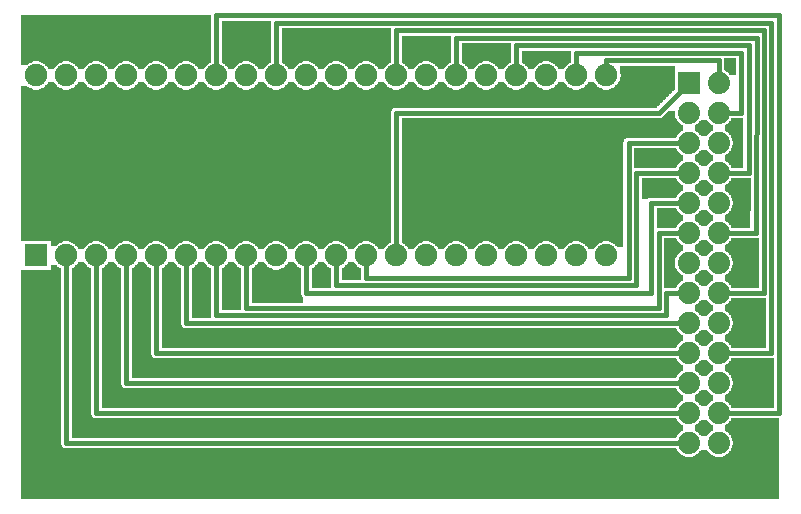
<source format=gtl>
G04 MADE WITH FRITZING*
G04 WWW.FRITZING.ORG*
G04 DOUBLE SIDED*
G04 HOLES PLATED*
G04 CONTOUR ON CENTER OF CONTOUR VECTOR*
%ASAXBY*%
%FSLAX23Y23*%
%MOIN*%
%OFA0B0*%
%SFA1.0B1.0*%
%ADD10C,0.075000*%
%ADD11C,0.074000*%
%ADD12R,0.075000X0.075000*%
%ADD13R,0.074000X0.074000*%
%ADD14C,0.016000*%
%LNCOPPER1*%
G90*
G70*
G54D10*
X119Y1592D03*
X773Y1571D03*
X982Y1553D03*
X123Y1326D03*
X1389Y1259D03*
X870Y753D03*
X123Y741D03*
X2465Y646D03*
X2468Y446D03*
X90Y853D03*
X90Y1453D03*
X190Y853D03*
X190Y1453D03*
X290Y853D03*
X290Y1453D03*
X390Y853D03*
X390Y1453D03*
X490Y853D03*
X490Y1453D03*
X590Y853D03*
X590Y1453D03*
X690Y853D03*
X690Y1453D03*
X790Y853D03*
X790Y1453D03*
X890Y853D03*
X890Y1453D03*
X990Y853D03*
X990Y1453D03*
X1090Y853D03*
X1090Y1453D03*
X1190Y853D03*
X1190Y1453D03*
X1290Y853D03*
X1290Y1453D03*
X1390Y853D03*
X1390Y1453D03*
X1490Y853D03*
X1490Y1453D03*
X1590Y853D03*
X1590Y1453D03*
X1690Y853D03*
X1690Y1453D03*
X1790Y853D03*
X1790Y1453D03*
X1890Y853D03*
X1890Y1453D03*
X1990Y853D03*
X1990Y1453D03*
G54D11*
X2365Y1428D03*
X2365Y1328D03*
X2365Y1228D03*
X2365Y1128D03*
X2365Y1028D03*
X2365Y928D03*
X2365Y828D03*
X2365Y728D03*
X2365Y628D03*
X2365Y528D03*
X2365Y428D03*
X2365Y328D03*
X2365Y228D03*
X2265Y1428D03*
X2265Y1328D03*
X2265Y1228D03*
X2265Y1128D03*
X2265Y1028D03*
X2265Y928D03*
X2265Y828D03*
X2265Y728D03*
X2265Y628D03*
X2265Y528D03*
X2265Y428D03*
X2265Y328D03*
X2265Y228D03*
G54D12*
X90Y853D03*
G54D13*
X2265Y1428D03*
G54D14*
X2566Y1654D02*
X690Y1653D01*
D02*
X690Y1653D02*
X690Y1476D01*
D02*
X2566Y329D02*
X2566Y1654D01*
D02*
X2390Y328D02*
X2566Y329D01*
D02*
X2539Y1628D02*
X890Y1628D01*
D02*
X890Y1628D02*
X890Y1476D01*
D02*
X2539Y529D02*
X2539Y1628D01*
D02*
X2390Y528D02*
X2539Y529D01*
D02*
X1290Y1476D02*
X1290Y1603D01*
D02*
X1290Y1603D02*
X2515Y1603D01*
D02*
X2515Y1603D02*
X2515Y729D01*
D02*
X2515Y729D02*
X2390Y728D01*
D02*
X1990Y1503D02*
X2365Y1503D01*
D02*
X2365Y1503D02*
X2365Y1454D01*
D02*
X1990Y1476D02*
X1990Y1503D01*
D02*
X2440Y1528D02*
X2440Y1328D01*
D02*
X2440Y1328D02*
X2390Y1328D01*
D02*
X1890Y1528D02*
X2440Y1528D01*
D02*
X1890Y1476D02*
X1890Y1528D01*
D02*
X2465Y1129D02*
X2390Y1128D01*
D02*
X2465Y1553D02*
X2465Y1129D01*
D02*
X1690Y1553D02*
X2465Y1553D01*
D02*
X1690Y1476D02*
X1690Y1553D01*
D02*
X2489Y929D02*
X2390Y928D01*
D02*
X2491Y1579D02*
X2489Y929D01*
D02*
X1490Y1476D02*
X1490Y1578D01*
D02*
X1490Y1578D02*
X2491Y1579D01*
D02*
X190Y228D02*
X190Y830D01*
D02*
X2239Y228D02*
X190Y228D01*
D02*
X290Y328D02*
X290Y830D01*
D02*
X2239Y328D02*
X290Y328D01*
D02*
X390Y428D02*
X390Y830D01*
D02*
X2239Y428D02*
X390Y428D01*
D02*
X2239Y528D02*
X490Y528D01*
D02*
X490Y528D02*
X490Y830D01*
D02*
X590Y628D02*
X590Y830D01*
D02*
X2239Y628D02*
X590Y628D01*
D02*
X2165Y928D02*
X2165Y678D01*
D02*
X790Y678D02*
X790Y830D01*
D02*
X2165Y678D02*
X790Y678D01*
D02*
X2239Y928D02*
X2165Y928D01*
D02*
X2165Y1328D02*
X1290Y1328D01*
D02*
X1290Y1328D02*
X1290Y876D01*
D02*
X2247Y1410D02*
X2165Y1328D01*
D02*
X2065Y1228D02*
X2065Y778D01*
D02*
X2065Y778D02*
X1190Y778D01*
D02*
X1190Y778D02*
X1190Y830D01*
D02*
X2239Y1228D02*
X2065Y1228D01*
D02*
X2090Y1128D02*
X2090Y753D01*
D02*
X2090Y753D02*
X1090Y753D01*
D02*
X2239Y1128D02*
X2090Y1128D01*
D02*
X1090Y753D02*
X1090Y830D01*
D02*
X2140Y728D02*
X990Y728D01*
D02*
X2140Y1028D02*
X2140Y728D01*
D02*
X990Y728D02*
X990Y830D01*
D02*
X2239Y1028D02*
X2140Y1028D01*
D02*
X2190Y653D02*
X2190Y728D01*
D02*
X690Y653D02*
X2190Y653D01*
D02*
X690Y830D02*
X690Y653D01*
D02*
X2190Y728D02*
X2239Y728D01*
G36*
X40Y1656D02*
X40Y1500D01*
X600Y1500D01*
X600Y1498D01*
X606Y1498D01*
X606Y1496D01*
X610Y1496D01*
X610Y1494D01*
X612Y1494D01*
X612Y1492D01*
X616Y1492D01*
X616Y1490D01*
X618Y1490D01*
X618Y1488D01*
X620Y1488D01*
X620Y1486D01*
X622Y1486D01*
X622Y1484D01*
X624Y1484D01*
X624Y1482D01*
X626Y1482D01*
X626Y1480D01*
X628Y1480D01*
X628Y1478D01*
X630Y1478D01*
X630Y1474D01*
X650Y1474D01*
X650Y1478D01*
X652Y1478D01*
X652Y1480D01*
X654Y1480D01*
X654Y1484D01*
X656Y1484D01*
X656Y1486D01*
X658Y1486D01*
X658Y1488D01*
X662Y1488D01*
X662Y1490D01*
X664Y1490D01*
X664Y1492D01*
X666Y1492D01*
X666Y1494D01*
X670Y1494D01*
X670Y1496D01*
X672Y1496D01*
X672Y1656D01*
X40Y1656D01*
G37*
D02*
G36*
X40Y1500D02*
X40Y1488D01*
X62Y1488D01*
X62Y1490D01*
X64Y1490D01*
X64Y1492D01*
X66Y1492D01*
X66Y1494D01*
X70Y1494D01*
X70Y1496D01*
X74Y1496D01*
X74Y1498D01*
X80Y1498D01*
X80Y1500D01*
X40Y1500D01*
G37*
D02*
G36*
X100Y1500D02*
X100Y1498D01*
X106Y1498D01*
X106Y1496D01*
X110Y1496D01*
X110Y1494D01*
X112Y1494D01*
X112Y1492D01*
X116Y1492D01*
X116Y1490D01*
X118Y1490D01*
X118Y1488D01*
X120Y1488D01*
X120Y1486D01*
X122Y1486D01*
X122Y1484D01*
X124Y1484D01*
X124Y1482D01*
X126Y1482D01*
X126Y1480D01*
X128Y1480D01*
X128Y1478D01*
X130Y1478D01*
X130Y1474D01*
X150Y1474D01*
X150Y1478D01*
X152Y1478D01*
X152Y1480D01*
X154Y1480D01*
X154Y1482D01*
X156Y1482D01*
X156Y1486D01*
X158Y1486D01*
X158Y1488D01*
X162Y1488D01*
X162Y1490D01*
X164Y1490D01*
X164Y1492D01*
X166Y1492D01*
X166Y1494D01*
X170Y1494D01*
X170Y1496D01*
X174Y1496D01*
X174Y1498D01*
X180Y1498D01*
X180Y1500D01*
X100Y1500D01*
G37*
D02*
G36*
X200Y1500D02*
X200Y1498D01*
X206Y1498D01*
X206Y1496D01*
X210Y1496D01*
X210Y1494D01*
X212Y1494D01*
X212Y1492D01*
X216Y1492D01*
X216Y1490D01*
X218Y1490D01*
X218Y1488D01*
X220Y1488D01*
X220Y1486D01*
X222Y1486D01*
X222Y1484D01*
X224Y1484D01*
X224Y1482D01*
X226Y1482D01*
X226Y1480D01*
X228Y1480D01*
X228Y1478D01*
X230Y1478D01*
X230Y1474D01*
X250Y1474D01*
X250Y1478D01*
X252Y1478D01*
X252Y1480D01*
X254Y1480D01*
X254Y1482D01*
X256Y1482D01*
X256Y1486D01*
X258Y1486D01*
X258Y1488D01*
X262Y1488D01*
X262Y1490D01*
X264Y1490D01*
X264Y1492D01*
X266Y1492D01*
X266Y1494D01*
X270Y1494D01*
X270Y1496D01*
X274Y1496D01*
X274Y1498D01*
X280Y1498D01*
X280Y1500D01*
X200Y1500D01*
G37*
D02*
G36*
X300Y1500D02*
X300Y1498D01*
X306Y1498D01*
X306Y1496D01*
X310Y1496D01*
X310Y1494D01*
X312Y1494D01*
X312Y1492D01*
X316Y1492D01*
X316Y1490D01*
X318Y1490D01*
X318Y1488D01*
X320Y1488D01*
X320Y1486D01*
X322Y1486D01*
X322Y1484D01*
X324Y1484D01*
X324Y1482D01*
X326Y1482D01*
X326Y1480D01*
X328Y1480D01*
X328Y1478D01*
X330Y1478D01*
X330Y1474D01*
X350Y1474D01*
X350Y1478D01*
X352Y1478D01*
X352Y1480D01*
X354Y1480D01*
X354Y1484D01*
X356Y1484D01*
X356Y1486D01*
X358Y1486D01*
X358Y1488D01*
X362Y1488D01*
X362Y1490D01*
X364Y1490D01*
X364Y1492D01*
X366Y1492D01*
X366Y1494D01*
X370Y1494D01*
X370Y1496D01*
X374Y1496D01*
X374Y1498D01*
X380Y1498D01*
X380Y1500D01*
X300Y1500D01*
G37*
D02*
G36*
X400Y1500D02*
X400Y1498D01*
X406Y1498D01*
X406Y1496D01*
X410Y1496D01*
X410Y1494D01*
X412Y1494D01*
X412Y1492D01*
X416Y1492D01*
X416Y1490D01*
X418Y1490D01*
X418Y1488D01*
X420Y1488D01*
X420Y1486D01*
X422Y1486D01*
X422Y1484D01*
X424Y1484D01*
X424Y1482D01*
X426Y1482D01*
X426Y1480D01*
X428Y1480D01*
X428Y1478D01*
X430Y1478D01*
X430Y1474D01*
X450Y1474D01*
X450Y1478D01*
X452Y1478D01*
X452Y1480D01*
X454Y1480D01*
X454Y1484D01*
X456Y1484D01*
X456Y1486D01*
X458Y1486D01*
X458Y1488D01*
X462Y1488D01*
X462Y1490D01*
X464Y1490D01*
X464Y1492D01*
X466Y1492D01*
X466Y1494D01*
X470Y1494D01*
X470Y1496D01*
X474Y1496D01*
X474Y1498D01*
X480Y1498D01*
X480Y1500D01*
X400Y1500D01*
G37*
D02*
G36*
X500Y1500D02*
X500Y1498D01*
X506Y1498D01*
X506Y1496D01*
X510Y1496D01*
X510Y1494D01*
X512Y1494D01*
X512Y1492D01*
X516Y1492D01*
X516Y1490D01*
X518Y1490D01*
X518Y1488D01*
X520Y1488D01*
X520Y1486D01*
X522Y1486D01*
X522Y1484D01*
X524Y1484D01*
X524Y1482D01*
X526Y1482D01*
X526Y1480D01*
X528Y1480D01*
X528Y1478D01*
X530Y1478D01*
X530Y1474D01*
X550Y1474D01*
X550Y1478D01*
X552Y1478D01*
X552Y1480D01*
X554Y1480D01*
X554Y1484D01*
X556Y1484D01*
X556Y1486D01*
X558Y1486D01*
X558Y1488D01*
X562Y1488D01*
X562Y1490D01*
X564Y1490D01*
X564Y1492D01*
X566Y1492D01*
X566Y1494D01*
X570Y1494D01*
X570Y1496D01*
X574Y1496D01*
X574Y1498D01*
X580Y1498D01*
X580Y1500D01*
X500Y1500D01*
G37*
D02*
G36*
X708Y1634D02*
X708Y1500D01*
X800Y1500D01*
X800Y1498D01*
X806Y1498D01*
X806Y1496D01*
X810Y1496D01*
X810Y1494D01*
X812Y1494D01*
X812Y1492D01*
X816Y1492D01*
X816Y1490D01*
X818Y1490D01*
X818Y1488D01*
X820Y1488D01*
X820Y1486D01*
X822Y1486D01*
X822Y1484D01*
X824Y1484D01*
X824Y1482D01*
X826Y1482D01*
X826Y1480D01*
X828Y1480D01*
X828Y1478D01*
X830Y1478D01*
X830Y1474D01*
X850Y1474D01*
X850Y1478D01*
X852Y1478D01*
X852Y1480D01*
X854Y1480D01*
X854Y1484D01*
X856Y1484D01*
X856Y1486D01*
X858Y1486D01*
X858Y1488D01*
X862Y1488D01*
X862Y1490D01*
X864Y1490D01*
X864Y1492D01*
X866Y1492D01*
X866Y1494D01*
X870Y1494D01*
X870Y1496D01*
X872Y1496D01*
X872Y1634D01*
X708Y1634D01*
G37*
D02*
G36*
X708Y1500D02*
X708Y1496D01*
X710Y1496D01*
X710Y1494D01*
X712Y1494D01*
X712Y1492D01*
X716Y1492D01*
X716Y1490D01*
X718Y1490D01*
X718Y1488D01*
X720Y1488D01*
X720Y1486D01*
X722Y1486D01*
X722Y1484D01*
X724Y1484D01*
X724Y1482D01*
X726Y1482D01*
X726Y1480D01*
X728Y1480D01*
X728Y1478D01*
X730Y1478D01*
X730Y1474D01*
X750Y1474D01*
X750Y1478D01*
X752Y1478D01*
X752Y1480D01*
X754Y1480D01*
X754Y1484D01*
X756Y1484D01*
X756Y1486D01*
X758Y1486D01*
X758Y1488D01*
X762Y1488D01*
X762Y1490D01*
X764Y1490D01*
X764Y1492D01*
X766Y1492D01*
X766Y1494D01*
X770Y1494D01*
X770Y1496D01*
X774Y1496D01*
X774Y1498D01*
X780Y1498D01*
X780Y1500D01*
X708Y1500D01*
G37*
D02*
G36*
X908Y1610D02*
X908Y1500D01*
X1200Y1500D01*
X1200Y1498D01*
X1206Y1498D01*
X1206Y1496D01*
X1210Y1496D01*
X1210Y1494D01*
X1212Y1494D01*
X1212Y1492D01*
X1216Y1492D01*
X1216Y1490D01*
X1218Y1490D01*
X1218Y1488D01*
X1220Y1488D01*
X1220Y1486D01*
X1222Y1486D01*
X1222Y1484D01*
X1224Y1484D01*
X1224Y1482D01*
X1226Y1482D01*
X1226Y1480D01*
X1228Y1480D01*
X1228Y1478D01*
X1230Y1478D01*
X1230Y1474D01*
X1250Y1474D01*
X1250Y1478D01*
X1252Y1478D01*
X1252Y1480D01*
X1254Y1480D01*
X1254Y1484D01*
X1256Y1484D01*
X1256Y1486D01*
X1258Y1486D01*
X1258Y1488D01*
X1262Y1488D01*
X1262Y1490D01*
X1264Y1490D01*
X1264Y1492D01*
X1266Y1492D01*
X1266Y1494D01*
X1270Y1494D01*
X1270Y1496D01*
X1272Y1496D01*
X1272Y1610D01*
X908Y1610D01*
G37*
D02*
G36*
X908Y1500D02*
X908Y1496D01*
X910Y1496D01*
X910Y1494D01*
X912Y1494D01*
X912Y1492D01*
X916Y1492D01*
X916Y1490D01*
X918Y1490D01*
X918Y1488D01*
X920Y1488D01*
X920Y1486D01*
X922Y1486D01*
X922Y1484D01*
X924Y1484D01*
X924Y1482D01*
X926Y1482D01*
X926Y1480D01*
X928Y1480D01*
X928Y1478D01*
X930Y1478D01*
X930Y1474D01*
X950Y1474D01*
X950Y1478D01*
X952Y1478D01*
X952Y1480D01*
X954Y1480D01*
X954Y1484D01*
X956Y1484D01*
X956Y1486D01*
X958Y1486D01*
X958Y1488D01*
X962Y1488D01*
X962Y1490D01*
X964Y1490D01*
X964Y1492D01*
X966Y1492D01*
X966Y1494D01*
X970Y1494D01*
X970Y1496D01*
X974Y1496D01*
X974Y1498D01*
X980Y1498D01*
X980Y1500D01*
X908Y1500D01*
G37*
D02*
G36*
X1000Y1500D02*
X1000Y1498D01*
X1006Y1498D01*
X1006Y1496D01*
X1010Y1496D01*
X1010Y1494D01*
X1012Y1494D01*
X1012Y1492D01*
X1016Y1492D01*
X1016Y1490D01*
X1018Y1490D01*
X1018Y1488D01*
X1020Y1488D01*
X1020Y1486D01*
X1022Y1486D01*
X1022Y1484D01*
X1024Y1484D01*
X1024Y1482D01*
X1026Y1482D01*
X1026Y1480D01*
X1028Y1480D01*
X1028Y1478D01*
X1030Y1478D01*
X1030Y1474D01*
X1050Y1474D01*
X1050Y1478D01*
X1052Y1478D01*
X1052Y1480D01*
X1054Y1480D01*
X1054Y1484D01*
X1056Y1484D01*
X1056Y1486D01*
X1058Y1486D01*
X1058Y1488D01*
X1062Y1488D01*
X1062Y1490D01*
X1064Y1490D01*
X1064Y1492D01*
X1066Y1492D01*
X1066Y1494D01*
X1070Y1494D01*
X1070Y1496D01*
X1074Y1496D01*
X1074Y1498D01*
X1080Y1498D01*
X1080Y1500D01*
X1000Y1500D01*
G37*
D02*
G36*
X1100Y1500D02*
X1100Y1498D01*
X1106Y1498D01*
X1106Y1496D01*
X1110Y1496D01*
X1110Y1494D01*
X1112Y1494D01*
X1112Y1492D01*
X1116Y1492D01*
X1116Y1490D01*
X1118Y1490D01*
X1118Y1488D01*
X1120Y1488D01*
X1120Y1486D01*
X1122Y1486D01*
X1122Y1484D01*
X1124Y1484D01*
X1124Y1482D01*
X1126Y1482D01*
X1126Y1480D01*
X1128Y1480D01*
X1128Y1478D01*
X1130Y1478D01*
X1130Y1474D01*
X1150Y1474D01*
X1150Y1478D01*
X1152Y1478D01*
X1152Y1480D01*
X1154Y1480D01*
X1154Y1484D01*
X1156Y1484D01*
X1156Y1486D01*
X1158Y1486D01*
X1158Y1488D01*
X1162Y1488D01*
X1162Y1490D01*
X1164Y1490D01*
X1164Y1492D01*
X1166Y1492D01*
X1166Y1494D01*
X1170Y1494D01*
X1170Y1496D01*
X1174Y1496D01*
X1174Y1498D01*
X1180Y1498D01*
X1180Y1500D01*
X1100Y1500D01*
G37*
D02*
G36*
X1308Y1584D02*
X1308Y1500D01*
X1400Y1500D01*
X1400Y1498D01*
X1406Y1498D01*
X1406Y1496D01*
X1410Y1496D01*
X1410Y1494D01*
X1412Y1494D01*
X1412Y1492D01*
X1416Y1492D01*
X1416Y1490D01*
X1418Y1490D01*
X1418Y1488D01*
X1420Y1488D01*
X1420Y1486D01*
X1422Y1486D01*
X1422Y1484D01*
X1424Y1484D01*
X1424Y1482D01*
X1426Y1482D01*
X1426Y1480D01*
X1428Y1480D01*
X1428Y1478D01*
X1430Y1478D01*
X1430Y1474D01*
X1450Y1474D01*
X1450Y1478D01*
X1452Y1478D01*
X1452Y1480D01*
X1454Y1480D01*
X1454Y1484D01*
X1456Y1484D01*
X1456Y1486D01*
X1458Y1486D01*
X1458Y1488D01*
X1462Y1488D01*
X1462Y1490D01*
X1464Y1490D01*
X1464Y1492D01*
X1466Y1492D01*
X1466Y1494D01*
X1470Y1494D01*
X1470Y1496D01*
X1472Y1496D01*
X1472Y1584D01*
X1308Y1584D01*
G37*
D02*
G36*
X1308Y1500D02*
X1308Y1496D01*
X1310Y1496D01*
X1310Y1494D01*
X1312Y1494D01*
X1312Y1492D01*
X1316Y1492D01*
X1316Y1490D01*
X1318Y1490D01*
X1318Y1488D01*
X1320Y1488D01*
X1320Y1486D01*
X1322Y1486D01*
X1322Y1484D01*
X1324Y1484D01*
X1324Y1482D01*
X1326Y1482D01*
X1326Y1480D01*
X1328Y1480D01*
X1328Y1478D01*
X1330Y1478D01*
X1330Y1474D01*
X1350Y1474D01*
X1350Y1478D01*
X1352Y1478D01*
X1352Y1480D01*
X1354Y1480D01*
X1354Y1484D01*
X1356Y1484D01*
X1356Y1486D01*
X1358Y1486D01*
X1358Y1488D01*
X1362Y1488D01*
X1362Y1490D01*
X1364Y1490D01*
X1364Y1492D01*
X1366Y1492D01*
X1366Y1494D01*
X1370Y1494D01*
X1370Y1496D01*
X1374Y1496D01*
X1374Y1498D01*
X1380Y1498D01*
X1380Y1500D01*
X1308Y1500D01*
G37*
D02*
G36*
X1508Y1560D02*
X1508Y1500D01*
X1600Y1500D01*
X1600Y1498D01*
X1606Y1498D01*
X1606Y1496D01*
X1610Y1496D01*
X1610Y1494D01*
X1612Y1494D01*
X1612Y1492D01*
X1616Y1492D01*
X1616Y1490D01*
X1618Y1490D01*
X1618Y1488D01*
X1620Y1488D01*
X1620Y1486D01*
X1622Y1486D01*
X1622Y1484D01*
X1624Y1484D01*
X1624Y1482D01*
X1626Y1482D01*
X1626Y1480D01*
X1628Y1480D01*
X1628Y1478D01*
X1630Y1478D01*
X1630Y1474D01*
X1650Y1474D01*
X1650Y1478D01*
X1652Y1478D01*
X1652Y1480D01*
X1654Y1480D01*
X1654Y1484D01*
X1656Y1484D01*
X1656Y1486D01*
X1658Y1486D01*
X1658Y1488D01*
X1662Y1488D01*
X1662Y1490D01*
X1664Y1490D01*
X1664Y1492D01*
X1666Y1492D01*
X1666Y1494D01*
X1670Y1494D01*
X1670Y1496D01*
X1672Y1496D01*
X1672Y1560D01*
X1508Y1560D01*
G37*
D02*
G36*
X1508Y1500D02*
X1508Y1496D01*
X1510Y1496D01*
X1510Y1494D01*
X1512Y1494D01*
X1512Y1492D01*
X1516Y1492D01*
X1516Y1490D01*
X1518Y1490D01*
X1518Y1488D01*
X1520Y1488D01*
X1520Y1486D01*
X1522Y1486D01*
X1522Y1484D01*
X1524Y1484D01*
X1524Y1482D01*
X1526Y1482D01*
X1526Y1480D01*
X1528Y1480D01*
X1528Y1478D01*
X1530Y1478D01*
X1530Y1474D01*
X1550Y1474D01*
X1550Y1478D01*
X1552Y1478D01*
X1552Y1480D01*
X1554Y1480D01*
X1554Y1484D01*
X1556Y1484D01*
X1556Y1486D01*
X1558Y1486D01*
X1558Y1488D01*
X1562Y1488D01*
X1562Y1490D01*
X1564Y1490D01*
X1564Y1492D01*
X1566Y1492D01*
X1566Y1494D01*
X1570Y1494D01*
X1570Y1496D01*
X1574Y1496D01*
X1574Y1498D01*
X1580Y1498D01*
X1580Y1500D01*
X1508Y1500D01*
G37*
D02*
G36*
X1708Y1534D02*
X1708Y1500D01*
X1800Y1500D01*
X1800Y1498D01*
X1806Y1498D01*
X1806Y1496D01*
X1810Y1496D01*
X1810Y1494D01*
X1812Y1494D01*
X1812Y1492D01*
X1816Y1492D01*
X1816Y1490D01*
X1818Y1490D01*
X1818Y1488D01*
X1820Y1488D01*
X1820Y1486D01*
X1822Y1486D01*
X1822Y1484D01*
X1824Y1484D01*
X1824Y1482D01*
X1826Y1482D01*
X1826Y1480D01*
X1828Y1480D01*
X1828Y1478D01*
X1830Y1478D01*
X1830Y1474D01*
X1850Y1474D01*
X1850Y1478D01*
X1852Y1478D01*
X1852Y1480D01*
X1854Y1480D01*
X1854Y1484D01*
X1856Y1484D01*
X1856Y1486D01*
X1858Y1486D01*
X1858Y1488D01*
X1862Y1488D01*
X1862Y1490D01*
X1864Y1490D01*
X1864Y1492D01*
X1866Y1492D01*
X1866Y1494D01*
X1870Y1494D01*
X1870Y1496D01*
X1872Y1496D01*
X1872Y1534D01*
X1708Y1534D01*
G37*
D02*
G36*
X1708Y1500D02*
X1708Y1496D01*
X1710Y1496D01*
X1710Y1494D01*
X1712Y1494D01*
X1712Y1492D01*
X1716Y1492D01*
X1716Y1490D01*
X1718Y1490D01*
X1718Y1488D01*
X1720Y1488D01*
X1720Y1486D01*
X1722Y1486D01*
X1722Y1484D01*
X1724Y1484D01*
X1724Y1482D01*
X1726Y1482D01*
X1726Y1480D01*
X1728Y1480D01*
X1728Y1478D01*
X1730Y1478D01*
X1730Y1474D01*
X1750Y1474D01*
X1750Y1478D01*
X1752Y1478D01*
X1752Y1480D01*
X1754Y1480D01*
X1754Y1484D01*
X1756Y1484D01*
X1756Y1486D01*
X1758Y1486D01*
X1758Y1488D01*
X1762Y1488D01*
X1762Y1490D01*
X1764Y1490D01*
X1764Y1492D01*
X1766Y1492D01*
X1766Y1494D01*
X1770Y1494D01*
X1770Y1496D01*
X1774Y1496D01*
X1774Y1498D01*
X1780Y1498D01*
X1780Y1500D01*
X1708Y1500D01*
G37*
D02*
G36*
X2382Y1510D02*
X2382Y1470D01*
X2386Y1470D01*
X2386Y1468D01*
X2388Y1468D01*
X2388Y1466D01*
X2392Y1466D01*
X2392Y1464D01*
X2394Y1464D01*
X2394Y1462D01*
X2396Y1462D01*
X2396Y1460D01*
X2398Y1460D01*
X2398Y1458D01*
X2400Y1458D01*
X2400Y1456D01*
X2402Y1456D01*
X2402Y1454D01*
X2422Y1454D01*
X2422Y1510D01*
X2382Y1510D01*
G37*
D02*
G36*
X2036Y1484D02*
X2036Y1458D01*
X2038Y1458D01*
X2038Y1448D01*
X2036Y1448D01*
X2036Y1440D01*
X2034Y1440D01*
X2034Y1436D01*
X2032Y1436D01*
X2032Y1432D01*
X2030Y1432D01*
X2030Y1428D01*
X2028Y1428D01*
X2028Y1426D01*
X2026Y1426D01*
X2026Y1424D01*
X2024Y1424D01*
X2024Y1420D01*
X2020Y1420D01*
X2020Y1418D01*
X2018Y1418D01*
X2018Y1416D01*
X2016Y1416D01*
X2016Y1414D01*
X2014Y1414D01*
X2014Y1412D01*
X2010Y1412D01*
X2010Y1410D01*
X2006Y1410D01*
X2006Y1408D01*
X2000Y1408D01*
X2000Y1406D01*
X2218Y1406D01*
X2218Y1484D01*
X2036Y1484D01*
G37*
D02*
G36*
X130Y1430D02*
X130Y1428D01*
X128Y1428D01*
X128Y1426D01*
X126Y1426D01*
X126Y1424D01*
X124Y1424D01*
X124Y1420D01*
X120Y1420D01*
X120Y1418D01*
X118Y1418D01*
X118Y1416D01*
X116Y1416D01*
X116Y1414D01*
X114Y1414D01*
X114Y1412D01*
X110Y1412D01*
X110Y1410D01*
X106Y1410D01*
X106Y1408D01*
X100Y1408D01*
X100Y1406D01*
X178Y1406D01*
X178Y1408D01*
X174Y1408D01*
X174Y1410D01*
X170Y1410D01*
X170Y1412D01*
X166Y1412D01*
X166Y1414D01*
X164Y1414D01*
X164Y1416D01*
X160Y1416D01*
X160Y1418D01*
X158Y1418D01*
X158Y1420D01*
X156Y1420D01*
X156Y1422D01*
X154Y1422D01*
X154Y1426D01*
X152Y1426D01*
X152Y1428D01*
X150Y1428D01*
X150Y1430D01*
X130Y1430D01*
G37*
D02*
G36*
X230Y1430D02*
X230Y1428D01*
X228Y1428D01*
X228Y1426D01*
X226Y1426D01*
X226Y1424D01*
X224Y1424D01*
X224Y1420D01*
X220Y1420D01*
X220Y1418D01*
X218Y1418D01*
X218Y1416D01*
X216Y1416D01*
X216Y1414D01*
X214Y1414D01*
X214Y1412D01*
X210Y1412D01*
X210Y1410D01*
X206Y1410D01*
X206Y1408D01*
X200Y1408D01*
X200Y1406D01*
X278Y1406D01*
X278Y1408D01*
X274Y1408D01*
X274Y1410D01*
X270Y1410D01*
X270Y1412D01*
X266Y1412D01*
X266Y1414D01*
X264Y1414D01*
X264Y1416D01*
X260Y1416D01*
X260Y1418D01*
X258Y1418D01*
X258Y1420D01*
X256Y1420D01*
X256Y1422D01*
X254Y1422D01*
X254Y1426D01*
X252Y1426D01*
X252Y1428D01*
X250Y1428D01*
X250Y1430D01*
X230Y1430D01*
G37*
D02*
G36*
X330Y1430D02*
X330Y1428D01*
X328Y1428D01*
X328Y1426D01*
X326Y1426D01*
X326Y1424D01*
X324Y1424D01*
X324Y1420D01*
X320Y1420D01*
X320Y1418D01*
X318Y1418D01*
X318Y1416D01*
X316Y1416D01*
X316Y1414D01*
X314Y1414D01*
X314Y1412D01*
X310Y1412D01*
X310Y1410D01*
X306Y1410D01*
X306Y1408D01*
X300Y1408D01*
X300Y1406D01*
X378Y1406D01*
X378Y1408D01*
X374Y1408D01*
X374Y1410D01*
X370Y1410D01*
X370Y1412D01*
X366Y1412D01*
X366Y1414D01*
X364Y1414D01*
X364Y1416D01*
X360Y1416D01*
X360Y1418D01*
X358Y1418D01*
X358Y1420D01*
X356Y1420D01*
X356Y1422D01*
X354Y1422D01*
X354Y1426D01*
X352Y1426D01*
X352Y1428D01*
X350Y1428D01*
X350Y1430D01*
X330Y1430D01*
G37*
D02*
G36*
X430Y1430D02*
X430Y1428D01*
X428Y1428D01*
X428Y1426D01*
X426Y1426D01*
X426Y1424D01*
X424Y1424D01*
X424Y1420D01*
X420Y1420D01*
X420Y1418D01*
X418Y1418D01*
X418Y1416D01*
X416Y1416D01*
X416Y1414D01*
X414Y1414D01*
X414Y1412D01*
X410Y1412D01*
X410Y1410D01*
X406Y1410D01*
X406Y1408D01*
X400Y1408D01*
X400Y1406D01*
X478Y1406D01*
X478Y1408D01*
X474Y1408D01*
X474Y1410D01*
X470Y1410D01*
X470Y1412D01*
X466Y1412D01*
X466Y1414D01*
X464Y1414D01*
X464Y1416D01*
X460Y1416D01*
X460Y1418D01*
X458Y1418D01*
X458Y1420D01*
X456Y1420D01*
X456Y1422D01*
X454Y1422D01*
X454Y1426D01*
X452Y1426D01*
X452Y1428D01*
X450Y1428D01*
X450Y1430D01*
X430Y1430D01*
G37*
D02*
G36*
X530Y1430D02*
X530Y1428D01*
X528Y1428D01*
X528Y1426D01*
X526Y1426D01*
X526Y1424D01*
X524Y1424D01*
X524Y1420D01*
X520Y1420D01*
X520Y1418D01*
X518Y1418D01*
X518Y1416D01*
X516Y1416D01*
X516Y1414D01*
X514Y1414D01*
X514Y1412D01*
X510Y1412D01*
X510Y1410D01*
X506Y1410D01*
X506Y1408D01*
X500Y1408D01*
X500Y1406D01*
X578Y1406D01*
X578Y1408D01*
X574Y1408D01*
X574Y1410D01*
X570Y1410D01*
X570Y1412D01*
X566Y1412D01*
X566Y1414D01*
X564Y1414D01*
X564Y1416D01*
X560Y1416D01*
X560Y1418D01*
X558Y1418D01*
X558Y1420D01*
X556Y1420D01*
X556Y1422D01*
X554Y1422D01*
X554Y1426D01*
X552Y1426D01*
X552Y1428D01*
X550Y1428D01*
X550Y1430D01*
X530Y1430D01*
G37*
D02*
G36*
X630Y1430D02*
X630Y1428D01*
X628Y1428D01*
X628Y1426D01*
X626Y1426D01*
X626Y1424D01*
X624Y1424D01*
X624Y1420D01*
X620Y1420D01*
X620Y1418D01*
X618Y1418D01*
X618Y1416D01*
X616Y1416D01*
X616Y1414D01*
X614Y1414D01*
X614Y1412D01*
X610Y1412D01*
X610Y1410D01*
X606Y1410D01*
X606Y1408D01*
X600Y1408D01*
X600Y1406D01*
X678Y1406D01*
X678Y1408D01*
X674Y1408D01*
X674Y1410D01*
X670Y1410D01*
X670Y1412D01*
X666Y1412D01*
X666Y1414D01*
X664Y1414D01*
X664Y1416D01*
X660Y1416D01*
X660Y1418D01*
X658Y1418D01*
X658Y1420D01*
X656Y1420D01*
X656Y1422D01*
X654Y1422D01*
X654Y1426D01*
X652Y1426D01*
X652Y1428D01*
X650Y1428D01*
X650Y1430D01*
X630Y1430D01*
G37*
D02*
G36*
X730Y1430D02*
X730Y1428D01*
X728Y1428D01*
X728Y1426D01*
X726Y1426D01*
X726Y1424D01*
X724Y1424D01*
X724Y1420D01*
X720Y1420D01*
X720Y1418D01*
X718Y1418D01*
X718Y1416D01*
X716Y1416D01*
X716Y1414D01*
X714Y1414D01*
X714Y1412D01*
X710Y1412D01*
X710Y1410D01*
X706Y1410D01*
X706Y1408D01*
X700Y1408D01*
X700Y1406D01*
X778Y1406D01*
X778Y1408D01*
X774Y1408D01*
X774Y1410D01*
X770Y1410D01*
X770Y1412D01*
X766Y1412D01*
X766Y1414D01*
X764Y1414D01*
X764Y1416D01*
X760Y1416D01*
X760Y1418D01*
X758Y1418D01*
X758Y1420D01*
X756Y1420D01*
X756Y1422D01*
X754Y1422D01*
X754Y1426D01*
X752Y1426D01*
X752Y1428D01*
X750Y1428D01*
X750Y1430D01*
X730Y1430D01*
G37*
D02*
G36*
X830Y1430D02*
X830Y1428D01*
X828Y1428D01*
X828Y1426D01*
X826Y1426D01*
X826Y1424D01*
X824Y1424D01*
X824Y1420D01*
X820Y1420D01*
X820Y1418D01*
X818Y1418D01*
X818Y1416D01*
X816Y1416D01*
X816Y1414D01*
X814Y1414D01*
X814Y1412D01*
X810Y1412D01*
X810Y1410D01*
X806Y1410D01*
X806Y1408D01*
X800Y1408D01*
X800Y1406D01*
X878Y1406D01*
X878Y1408D01*
X874Y1408D01*
X874Y1410D01*
X870Y1410D01*
X870Y1412D01*
X866Y1412D01*
X866Y1414D01*
X864Y1414D01*
X864Y1416D01*
X860Y1416D01*
X860Y1418D01*
X858Y1418D01*
X858Y1420D01*
X856Y1420D01*
X856Y1422D01*
X854Y1422D01*
X854Y1426D01*
X852Y1426D01*
X852Y1428D01*
X850Y1428D01*
X850Y1430D01*
X830Y1430D01*
G37*
D02*
G36*
X930Y1430D02*
X930Y1428D01*
X928Y1428D01*
X928Y1426D01*
X926Y1426D01*
X926Y1424D01*
X924Y1424D01*
X924Y1420D01*
X920Y1420D01*
X920Y1418D01*
X918Y1418D01*
X918Y1416D01*
X916Y1416D01*
X916Y1414D01*
X914Y1414D01*
X914Y1412D01*
X910Y1412D01*
X910Y1410D01*
X906Y1410D01*
X906Y1408D01*
X900Y1408D01*
X900Y1406D01*
X978Y1406D01*
X978Y1408D01*
X974Y1408D01*
X974Y1410D01*
X970Y1410D01*
X970Y1412D01*
X966Y1412D01*
X966Y1414D01*
X964Y1414D01*
X964Y1416D01*
X960Y1416D01*
X960Y1418D01*
X958Y1418D01*
X958Y1420D01*
X956Y1420D01*
X956Y1422D01*
X954Y1422D01*
X954Y1426D01*
X952Y1426D01*
X952Y1428D01*
X950Y1428D01*
X950Y1430D01*
X930Y1430D01*
G37*
D02*
G36*
X1030Y1430D02*
X1030Y1428D01*
X1028Y1428D01*
X1028Y1426D01*
X1026Y1426D01*
X1026Y1424D01*
X1024Y1424D01*
X1024Y1420D01*
X1020Y1420D01*
X1020Y1418D01*
X1018Y1418D01*
X1018Y1416D01*
X1016Y1416D01*
X1016Y1414D01*
X1014Y1414D01*
X1014Y1412D01*
X1010Y1412D01*
X1010Y1410D01*
X1006Y1410D01*
X1006Y1408D01*
X1000Y1408D01*
X1000Y1406D01*
X1078Y1406D01*
X1078Y1408D01*
X1074Y1408D01*
X1074Y1410D01*
X1070Y1410D01*
X1070Y1412D01*
X1066Y1412D01*
X1066Y1414D01*
X1064Y1414D01*
X1064Y1416D01*
X1060Y1416D01*
X1060Y1418D01*
X1058Y1418D01*
X1058Y1420D01*
X1056Y1420D01*
X1056Y1422D01*
X1054Y1422D01*
X1054Y1426D01*
X1052Y1426D01*
X1052Y1428D01*
X1050Y1428D01*
X1050Y1430D01*
X1030Y1430D01*
G37*
D02*
G36*
X1130Y1430D02*
X1130Y1428D01*
X1128Y1428D01*
X1128Y1426D01*
X1126Y1426D01*
X1126Y1424D01*
X1124Y1424D01*
X1124Y1420D01*
X1120Y1420D01*
X1120Y1418D01*
X1118Y1418D01*
X1118Y1416D01*
X1116Y1416D01*
X1116Y1414D01*
X1114Y1414D01*
X1114Y1412D01*
X1110Y1412D01*
X1110Y1410D01*
X1106Y1410D01*
X1106Y1408D01*
X1100Y1408D01*
X1100Y1406D01*
X1178Y1406D01*
X1178Y1408D01*
X1174Y1408D01*
X1174Y1410D01*
X1170Y1410D01*
X1170Y1412D01*
X1166Y1412D01*
X1166Y1414D01*
X1164Y1414D01*
X1164Y1416D01*
X1160Y1416D01*
X1160Y1418D01*
X1158Y1418D01*
X1158Y1420D01*
X1156Y1420D01*
X1156Y1422D01*
X1154Y1422D01*
X1154Y1426D01*
X1152Y1426D01*
X1152Y1428D01*
X1150Y1428D01*
X1150Y1430D01*
X1130Y1430D01*
G37*
D02*
G36*
X1230Y1430D02*
X1230Y1428D01*
X1228Y1428D01*
X1228Y1426D01*
X1226Y1426D01*
X1226Y1424D01*
X1224Y1424D01*
X1224Y1420D01*
X1220Y1420D01*
X1220Y1418D01*
X1218Y1418D01*
X1218Y1416D01*
X1216Y1416D01*
X1216Y1414D01*
X1214Y1414D01*
X1214Y1412D01*
X1210Y1412D01*
X1210Y1410D01*
X1206Y1410D01*
X1206Y1408D01*
X1200Y1408D01*
X1200Y1406D01*
X1278Y1406D01*
X1278Y1408D01*
X1274Y1408D01*
X1274Y1410D01*
X1270Y1410D01*
X1270Y1412D01*
X1266Y1412D01*
X1266Y1414D01*
X1264Y1414D01*
X1264Y1416D01*
X1260Y1416D01*
X1260Y1418D01*
X1258Y1418D01*
X1258Y1420D01*
X1256Y1420D01*
X1256Y1422D01*
X1254Y1422D01*
X1254Y1426D01*
X1252Y1426D01*
X1252Y1428D01*
X1250Y1428D01*
X1250Y1430D01*
X1230Y1430D01*
G37*
D02*
G36*
X1330Y1430D02*
X1330Y1428D01*
X1328Y1428D01*
X1328Y1426D01*
X1326Y1426D01*
X1326Y1424D01*
X1324Y1424D01*
X1324Y1420D01*
X1320Y1420D01*
X1320Y1418D01*
X1318Y1418D01*
X1318Y1416D01*
X1316Y1416D01*
X1316Y1414D01*
X1314Y1414D01*
X1314Y1412D01*
X1310Y1412D01*
X1310Y1410D01*
X1306Y1410D01*
X1306Y1408D01*
X1300Y1408D01*
X1300Y1406D01*
X1378Y1406D01*
X1378Y1408D01*
X1374Y1408D01*
X1374Y1410D01*
X1370Y1410D01*
X1370Y1412D01*
X1366Y1412D01*
X1366Y1414D01*
X1364Y1414D01*
X1364Y1416D01*
X1360Y1416D01*
X1360Y1418D01*
X1358Y1418D01*
X1358Y1420D01*
X1356Y1420D01*
X1356Y1422D01*
X1354Y1422D01*
X1354Y1426D01*
X1352Y1426D01*
X1352Y1428D01*
X1350Y1428D01*
X1350Y1430D01*
X1330Y1430D01*
G37*
D02*
G36*
X1430Y1430D02*
X1430Y1428D01*
X1428Y1428D01*
X1428Y1426D01*
X1426Y1426D01*
X1426Y1424D01*
X1424Y1424D01*
X1424Y1420D01*
X1420Y1420D01*
X1420Y1418D01*
X1418Y1418D01*
X1418Y1416D01*
X1416Y1416D01*
X1416Y1414D01*
X1414Y1414D01*
X1414Y1412D01*
X1410Y1412D01*
X1410Y1410D01*
X1406Y1410D01*
X1406Y1408D01*
X1400Y1408D01*
X1400Y1406D01*
X1478Y1406D01*
X1478Y1408D01*
X1474Y1408D01*
X1474Y1410D01*
X1470Y1410D01*
X1470Y1412D01*
X1466Y1412D01*
X1466Y1414D01*
X1464Y1414D01*
X1464Y1416D01*
X1460Y1416D01*
X1460Y1418D01*
X1458Y1418D01*
X1458Y1420D01*
X1456Y1420D01*
X1456Y1422D01*
X1454Y1422D01*
X1454Y1426D01*
X1452Y1426D01*
X1452Y1428D01*
X1450Y1428D01*
X1450Y1430D01*
X1430Y1430D01*
G37*
D02*
G36*
X1530Y1430D02*
X1530Y1428D01*
X1528Y1428D01*
X1528Y1426D01*
X1526Y1426D01*
X1526Y1424D01*
X1524Y1424D01*
X1524Y1420D01*
X1520Y1420D01*
X1520Y1418D01*
X1518Y1418D01*
X1518Y1416D01*
X1516Y1416D01*
X1516Y1414D01*
X1514Y1414D01*
X1514Y1412D01*
X1510Y1412D01*
X1510Y1410D01*
X1506Y1410D01*
X1506Y1408D01*
X1500Y1408D01*
X1500Y1406D01*
X1578Y1406D01*
X1578Y1408D01*
X1574Y1408D01*
X1574Y1410D01*
X1570Y1410D01*
X1570Y1412D01*
X1566Y1412D01*
X1566Y1414D01*
X1564Y1414D01*
X1564Y1416D01*
X1560Y1416D01*
X1560Y1418D01*
X1558Y1418D01*
X1558Y1420D01*
X1556Y1420D01*
X1556Y1422D01*
X1554Y1422D01*
X1554Y1426D01*
X1552Y1426D01*
X1552Y1428D01*
X1550Y1428D01*
X1550Y1430D01*
X1530Y1430D01*
G37*
D02*
G36*
X1630Y1430D02*
X1630Y1428D01*
X1628Y1428D01*
X1628Y1426D01*
X1626Y1426D01*
X1626Y1424D01*
X1624Y1424D01*
X1624Y1420D01*
X1620Y1420D01*
X1620Y1418D01*
X1618Y1418D01*
X1618Y1416D01*
X1616Y1416D01*
X1616Y1414D01*
X1614Y1414D01*
X1614Y1412D01*
X1610Y1412D01*
X1610Y1410D01*
X1606Y1410D01*
X1606Y1408D01*
X1600Y1408D01*
X1600Y1406D01*
X1678Y1406D01*
X1678Y1408D01*
X1674Y1408D01*
X1674Y1410D01*
X1670Y1410D01*
X1670Y1412D01*
X1666Y1412D01*
X1666Y1414D01*
X1664Y1414D01*
X1664Y1416D01*
X1660Y1416D01*
X1660Y1418D01*
X1658Y1418D01*
X1658Y1420D01*
X1656Y1420D01*
X1656Y1422D01*
X1654Y1422D01*
X1654Y1426D01*
X1652Y1426D01*
X1652Y1428D01*
X1650Y1428D01*
X1650Y1430D01*
X1630Y1430D01*
G37*
D02*
G36*
X1730Y1430D02*
X1730Y1428D01*
X1728Y1428D01*
X1728Y1426D01*
X1726Y1426D01*
X1726Y1424D01*
X1724Y1424D01*
X1724Y1420D01*
X1720Y1420D01*
X1720Y1418D01*
X1718Y1418D01*
X1718Y1416D01*
X1716Y1416D01*
X1716Y1414D01*
X1714Y1414D01*
X1714Y1412D01*
X1710Y1412D01*
X1710Y1410D01*
X1706Y1410D01*
X1706Y1408D01*
X1700Y1408D01*
X1700Y1406D01*
X1778Y1406D01*
X1778Y1408D01*
X1774Y1408D01*
X1774Y1410D01*
X1770Y1410D01*
X1770Y1412D01*
X1766Y1412D01*
X1766Y1414D01*
X1764Y1414D01*
X1764Y1416D01*
X1760Y1416D01*
X1760Y1418D01*
X1758Y1418D01*
X1758Y1420D01*
X1756Y1420D01*
X1756Y1422D01*
X1754Y1422D01*
X1754Y1426D01*
X1752Y1426D01*
X1752Y1428D01*
X1750Y1428D01*
X1750Y1430D01*
X1730Y1430D01*
G37*
D02*
G36*
X1830Y1430D02*
X1830Y1428D01*
X1828Y1428D01*
X1828Y1426D01*
X1826Y1426D01*
X1826Y1424D01*
X1824Y1424D01*
X1824Y1420D01*
X1820Y1420D01*
X1820Y1418D01*
X1818Y1418D01*
X1818Y1416D01*
X1816Y1416D01*
X1816Y1414D01*
X1814Y1414D01*
X1814Y1412D01*
X1810Y1412D01*
X1810Y1410D01*
X1806Y1410D01*
X1806Y1408D01*
X1800Y1408D01*
X1800Y1406D01*
X1878Y1406D01*
X1878Y1408D01*
X1874Y1408D01*
X1874Y1410D01*
X1870Y1410D01*
X1870Y1412D01*
X1866Y1412D01*
X1866Y1414D01*
X1864Y1414D01*
X1864Y1416D01*
X1860Y1416D01*
X1860Y1418D01*
X1858Y1418D01*
X1858Y1420D01*
X1856Y1420D01*
X1856Y1422D01*
X1854Y1422D01*
X1854Y1426D01*
X1852Y1426D01*
X1852Y1428D01*
X1850Y1428D01*
X1850Y1430D01*
X1830Y1430D01*
G37*
D02*
G36*
X1930Y1430D02*
X1930Y1428D01*
X1928Y1428D01*
X1928Y1426D01*
X1926Y1426D01*
X1926Y1424D01*
X1924Y1424D01*
X1924Y1420D01*
X1920Y1420D01*
X1920Y1418D01*
X1918Y1418D01*
X1918Y1416D01*
X1916Y1416D01*
X1916Y1414D01*
X1914Y1414D01*
X1914Y1412D01*
X1910Y1412D01*
X1910Y1410D01*
X1906Y1410D01*
X1906Y1408D01*
X1900Y1408D01*
X1900Y1406D01*
X1978Y1406D01*
X1978Y1408D01*
X1974Y1408D01*
X1974Y1410D01*
X1970Y1410D01*
X1970Y1412D01*
X1966Y1412D01*
X1966Y1414D01*
X1964Y1414D01*
X1964Y1416D01*
X1960Y1416D01*
X1960Y1418D01*
X1958Y1418D01*
X1958Y1420D01*
X1956Y1420D01*
X1956Y1422D01*
X1954Y1422D01*
X1954Y1426D01*
X1952Y1426D01*
X1952Y1428D01*
X1950Y1428D01*
X1950Y1430D01*
X1930Y1430D01*
G37*
D02*
G36*
X40Y1418D02*
X40Y1406D01*
X78Y1406D01*
X78Y1408D01*
X74Y1408D01*
X74Y1410D01*
X70Y1410D01*
X70Y1412D01*
X66Y1412D01*
X66Y1414D01*
X64Y1414D01*
X64Y1416D01*
X60Y1416D01*
X60Y1418D01*
X40Y1418D01*
G37*
D02*
G36*
X40Y1406D02*
X40Y1404D01*
X2216Y1404D01*
X2216Y1406D01*
X40Y1406D01*
G37*
D02*
G36*
X40Y1406D02*
X40Y1404D01*
X2216Y1404D01*
X2216Y1406D01*
X40Y1406D01*
G37*
D02*
G36*
X40Y1406D02*
X40Y1404D01*
X2216Y1404D01*
X2216Y1406D01*
X40Y1406D01*
G37*
D02*
G36*
X40Y1406D02*
X40Y1404D01*
X2216Y1404D01*
X2216Y1406D01*
X40Y1406D01*
G37*
D02*
G36*
X40Y1406D02*
X40Y1404D01*
X2216Y1404D01*
X2216Y1406D01*
X40Y1406D01*
G37*
D02*
G36*
X40Y1406D02*
X40Y1404D01*
X2216Y1404D01*
X2216Y1406D01*
X40Y1406D01*
G37*
D02*
G36*
X40Y1406D02*
X40Y1404D01*
X2216Y1404D01*
X2216Y1406D01*
X40Y1406D01*
G37*
D02*
G36*
X40Y1406D02*
X40Y1404D01*
X2216Y1404D01*
X2216Y1406D01*
X40Y1406D01*
G37*
D02*
G36*
X40Y1406D02*
X40Y1404D01*
X2216Y1404D01*
X2216Y1406D01*
X40Y1406D01*
G37*
D02*
G36*
X40Y1406D02*
X40Y1404D01*
X2216Y1404D01*
X2216Y1406D01*
X40Y1406D01*
G37*
D02*
G36*
X40Y1406D02*
X40Y1404D01*
X2216Y1404D01*
X2216Y1406D01*
X40Y1406D01*
G37*
D02*
G36*
X40Y1406D02*
X40Y1404D01*
X2216Y1404D01*
X2216Y1406D01*
X40Y1406D01*
G37*
D02*
G36*
X40Y1406D02*
X40Y1404D01*
X2216Y1404D01*
X2216Y1406D01*
X40Y1406D01*
G37*
D02*
G36*
X40Y1406D02*
X40Y1404D01*
X2216Y1404D01*
X2216Y1406D01*
X40Y1406D01*
G37*
D02*
G36*
X40Y1406D02*
X40Y1404D01*
X2216Y1404D01*
X2216Y1406D01*
X40Y1406D01*
G37*
D02*
G36*
X40Y1406D02*
X40Y1404D01*
X2216Y1404D01*
X2216Y1406D01*
X40Y1406D01*
G37*
D02*
G36*
X40Y1406D02*
X40Y1404D01*
X2216Y1404D01*
X2216Y1406D01*
X40Y1406D01*
G37*
D02*
G36*
X40Y1406D02*
X40Y1404D01*
X2216Y1404D01*
X2216Y1406D01*
X40Y1406D01*
G37*
D02*
G36*
X40Y1406D02*
X40Y1404D01*
X2216Y1404D01*
X2216Y1406D01*
X40Y1406D01*
G37*
D02*
G36*
X40Y1406D02*
X40Y1404D01*
X2216Y1404D01*
X2216Y1406D01*
X40Y1406D01*
G37*
D02*
G36*
X40Y1406D02*
X40Y1404D01*
X2216Y1404D01*
X2216Y1406D01*
X40Y1406D01*
G37*
D02*
G36*
X40Y1404D02*
X40Y900D01*
X1200Y900D01*
X1200Y898D01*
X1206Y898D01*
X1206Y896D01*
X1210Y896D01*
X1210Y894D01*
X1212Y894D01*
X1212Y892D01*
X1216Y892D01*
X1216Y890D01*
X1218Y890D01*
X1218Y888D01*
X1220Y888D01*
X1220Y886D01*
X1222Y886D01*
X1222Y884D01*
X1224Y884D01*
X1224Y882D01*
X1226Y882D01*
X1226Y880D01*
X1228Y880D01*
X1228Y878D01*
X1230Y878D01*
X1230Y876D01*
X1250Y876D01*
X1250Y878D01*
X1252Y878D01*
X1252Y880D01*
X1254Y880D01*
X1254Y884D01*
X1256Y884D01*
X1256Y886D01*
X1258Y886D01*
X1258Y888D01*
X1262Y888D01*
X1262Y890D01*
X1264Y890D01*
X1264Y892D01*
X1266Y892D01*
X1266Y894D01*
X1270Y894D01*
X1270Y896D01*
X1272Y896D01*
X1272Y1334D01*
X1274Y1334D01*
X1274Y1338D01*
X1276Y1338D01*
X1276Y1340D01*
X1278Y1340D01*
X1278Y1342D01*
X1280Y1342D01*
X1280Y1344D01*
X1284Y1344D01*
X1284Y1346D01*
X2158Y1346D01*
X2158Y1348D01*
X2160Y1348D01*
X2160Y1350D01*
X2162Y1350D01*
X2162Y1352D01*
X2164Y1352D01*
X2164Y1354D01*
X2166Y1354D01*
X2166Y1356D01*
X2168Y1356D01*
X2168Y1358D01*
X2170Y1358D01*
X2170Y1360D01*
X2172Y1360D01*
X2172Y1362D01*
X2174Y1362D01*
X2174Y1364D01*
X2176Y1364D01*
X2176Y1366D01*
X2178Y1366D01*
X2178Y1368D01*
X2180Y1368D01*
X2180Y1370D01*
X2182Y1370D01*
X2182Y1372D01*
X2184Y1372D01*
X2184Y1374D01*
X2186Y1374D01*
X2186Y1376D01*
X2188Y1376D01*
X2188Y1378D01*
X2190Y1378D01*
X2190Y1380D01*
X2192Y1380D01*
X2192Y1382D01*
X2194Y1382D01*
X2194Y1384D01*
X2196Y1384D01*
X2196Y1386D01*
X2198Y1386D01*
X2198Y1388D01*
X2200Y1388D01*
X2200Y1390D01*
X2202Y1390D01*
X2202Y1392D01*
X2204Y1392D01*
X2204Y1394D01*
X2206Y1394D01*
X2206Y1396D01*
X2208Y1396D01*
X2208Y1398D01*
X2210Y1398D01*
X2210Y1400D01*
X2212Y1400D01*
X2212Y1402D01*
X2214Y1402D01*
X2214Y1404D01*
X40Y1404D01*
G37*
D02*
G36*
X138Y900D02*
X138Y886D01*
X158Y886D01*
X158Y888D01*
X162Y888D01*
X162Y890D01*
X164Y890D01*
X164Y892D01*
X166Y892D01*
X166Y894D01*
X170Y894D01*
X170Y896D01*
X174Y896D01*
X174Y898D01*
X180Y898D01*
X180Y900D01*
X138Y900D01*
G37*
D02*
G36*
X200Y900D02*
X200Y898D01*
X206Y898D01*
X206Y896D01*
X210Y896D01*
X210Y894D01*
X212Y894D01*
X212Y892D01*
X216Y892D01*
X216Y890D01*
X218Y890D01*
X218Y888D01*
X220Y888D01*
X220Y886D01*
X222Y886D01*
X222Y884D01*
X224Y884D01*
X224Y882D01*
X226Y882D01*
X226Y880D01*
X228Y880D01*
X228Y878D01*
X230Y878D01*
X230Y876D01*
X250Y876D01*
X250Y878D01*
X252Y878D01*
X252Y880D01*
X254Y880D01*
X254Y884D01*
X256Y884D01*
X256Y886D01*
X258Y886D01*
X258Y888D01*
X262Y888D01*
X262Y890D01*
X264Y890D01*
X264Y892D01*
X266Y892D01*
X266Y894D01*
X270Y894D01*
X270Y896D01*
X274Y896D01*
X274Y898D01*
X280Y898D01*
X280Y900D01*
X200Y900D01*
G37*
D02*
G36*
X300Y900D02*
X300Y898D01*
X306Y898D01*
X306Y896D01*
X310Y896D01*
X310Y894D01*
X312Y894D01*
X312Y892D01*
X316Y892D01*
X316Y890D01*
X318Y890D01*
X318Y888D01*
X320Y888D01*
X320Y886D01*
X322Y886D01*
X322Y884D01*
X324Y884D01*
X324Y882D01*
X326Y882D01*
X326Y880D01*
X328Y880D01*
X328Y878D01*
X330Y878D01*
X330Y876D01*
X350Y876D01*
X350Y878D01*
X352Y878D01*
X352Y880D01*
X354Y880D01*
X354Y884D01*
X356Y884D01*
X356Y886D01*
X358Y886D01*
X358Y888D01*
X362Y888D01*
X362Y890D01*
X364Y890D01*
X364Y892D01*
X366Y892D01*
X366Y894D01*
X370Y894D01*
X370Y896D01*
X374Y896D01*
X374Y898D01*
X380Y898D01*
X380Y900D01*
X300Y900D01*
G37*
D02*
G36*
X400Y900D02*
X400Y898D01*
X406Y898D01*
X406Y896D01*
X410Y896D01*
X410Y894D01*
X412Y894D01*
X412Y892D01*
X416Y892D01*
X416Y890D01*
X418Y890D01*
X418Y888D01*
X420Y888D01*
X420Y886D01*
X422Y886D01*
X422Y884D01*
X424Y884D01*
X424Y882D01*
X426Y882D01*
X426Y880D01*
X428Y880D01*
X428Y878D01*
X430Y878D01*
X430Y876D01*
X450Y876D01*
X450Y878D01*
X452Y878D01*
X452Y880D01*
X454Y880D01*
X454Y884D01*
X456Y884D01*
X456Y886D01*
X458Y886D01*
X458Y888D01*
X462Y888D01*
X462Y890D01*
X464Y890D01*
X464Y892D01*
X466Y892D01*
X466Y894D01*
X470Y894D01*
X470Y896D01*
X474Y896D01*
X474Y898D01*
X480Y898D01*
X480Y900D01*
X400Y900D01*
G37*
D02*
G36*
X500Y900D02*
X500Y898D01*
X506Y898D01*
X506Y896D01*
X510Y896D01*
X510Y894D01*
X512Y894D01*
X512Y892D01*
X516Y892D01*
X516Y890D01*
X518Y890D01*
X518Y888D01*
X520Y888D01*
X520Y886D01*
X522Y886D01*
X522Y884D01*
X524Y884D01*
X524Y882D01*
X526Y882D01*
X526Y880D01*
X528Y880D01*
X528Y878D01*
X530Y878D01*
X530Y876D01*
X550Y876D01*
X550Y878D01*
X552Y878D01*
X552Y880D01*
X554Y880D01*
X554Y884D01*
X556Y884D01*
X556Y886D01*
X558Y886D01*
X558Y888D01*
X562Y888D01*
X562Y890D01*
X564Y890D01*
X564Y892D01*
X566Y892D01*
X566Y894D01*
X570Y894D01*
X570Y896D01*
X574Y896D01*
X574Y898D01*
X580Y898D01*
X580Y900D01*
X500Y900D01*
G37*
D02*
G36*
X600Y900D02*
X600Y898D01*
X606Y898D01*
X606Y896D01*
X610Y896D01*
X610Y894D01*
X612Y894D01*
X612Y892D01*
X616Y892D01*
X616Y890D01*
X618Y890D01*
X618Y888D01*
X620Y888D01*
X620Y886D01*
X622Y886D01*
X622Y884D01*
X624Y884D01*
X624Y882D01*
X626Y882D01*
X626Y880D01*
X628Y880D01*
X628Y878D01*
X630Y878D01*
X630Y876D01*
X650Y876D01*
X650Y878D01*
X652Y878D01*
X652Y880D01*
X654Y880D01*
X654Y884D01*
X656Y884D01*
X656Y886D01*
X658Y886D01*
X658Y888D01*
X662Y888D01*
X662Y890D01*
X664Y890D01*
X664Y892D01*
X666Y892D01*
X666Y894D01*
X670Y894D01*
X670Y896D01*
X674Y896D01*
X674Y898D01*
X680Y898D01*
X680Y900D01*
X600Y900D01*
G37*
D02*
G36*
X700Y900D02*
X700Y898D01*
X706Y898D01*
X706Y896D01*
X710Y896D01*
X710Y894D01*
X712Y894D01*
X712Y892D01*
X716Y892D01*
X716Y890D01*
X718Y890D01*
X718Y888D01*
X720Y888D01*
X720Y886D01*
X722Y886D01*
X722Y884D01*
X724Y884D01*
X724Y882D01*
X726Y882D01*
X726Y880D01*
X728Y880D01*
X728Y878D01*
X730Y878D01*
X730Y876D01*
X750Y876D01*
X750Y878D01*
X752Y878D01*
X752Y880D01*
X754Y880D01*
X754Y884D01*
X756Y884D01*
X756Y886D01*
X758Y886D01*
X758Y888D01*
X762Y888D01*
X762Y890D01*
X764Y890D01*
X764Y892D01*
X766Y892D01*
X766Y894D01*
X770Y894D01*
X770Y896D01*
X774Y896D01*
X774Y898D01*
X780Y898D01*
X780Y900D01*
X700Y900D01*
G37*
D02*
G36*
X800Y900D02*
X800Y898D01*
X806Y898D01*
X806Y896D01*
X810Y896D01*
X810Y894D01*
X812Y894D01*
X812Y892D01*
X816Y892D01*
X816Y890D01*
X818Y890D01*
X818Y888D01*
X820Y888D01*
X820Y886D01*
X822Y886D01*
X822Y884D01*
X824Y884D01*
X824Y882D01*
X826Y882D01*
X826Y880D01*
X828Y880D01*
X828Y878D01*
X830Y878D01*
X830Y876D01*
X850Y876D01*
X850Y878D01*
X852Y878D01*
X852Y880D01*
X854Y880D01*
X854Y884D01*
X856Y884D01*
X856Y886D01*
X858Y886D01*
X858Y888D01*
X862Y888D01*
X862Y890D01*
X864Y890D01*
X864Y892D01*
X866Y892D01*
X866Y894D01*
X870Y894D01*
X870Y896D01*
X874Y896D01*
X874Y898D01*
X880Y898D01*
X880Y900D01*
X800Y900D01*
G37*
D02*
G36*
X900Y900D02*
X900Y898D01*
X906Y898D01*
X906Y896D01*
X910Y896D01*
X910Y894D01*
X912Y894D01*
X912Y892D01*
X916Y892D01*
X916Y890D01*
X918Y890D01*
X918Y888D01*
X920Y888D01*
X920Y886D01*
X922Y886D01*
X922Y884D01*
X924Y884D01*
X924Y882D01*
X926Y882D01*
X926Y880D01*
X928Y880D01*
X928Y878D01*
X930Y878D01*
X930Y876D01*
X950Y876D01*
X950Y878D01*
X952Y878D01*
X952Y880D01*
X954Y880D01*
X954Y884D01*
X956Y884D01*
X956Y886D01*
X958Y886D01*
X958Y888D01*
X962Y888D01*
X962Y890D01*
X964Y890D01*
X964Y892D01*
X966Y892D01*
X966Y894D01*
X970Y894D01*
X970Y896D01*
X974Y896D01*
X974Y898D01*
X980Y898D01*
X980Y900D01*
X900Y900D01*
G37*
D02*
G36*
X1000Y900D02*
X1000Y898D01*
X1006Y898D01*
X1006Y896D01*
X1010Y896D01*
X1010Y894D01*
X1012Y894D01*
X1012Y892D01*
X1016Y892D01*
X1016Y890D01*
X1018Y890D01*
X1018Y888D01*
X1020Y888D01*
X1020Y886D01*
X1022Y886D01*
X1022Y884D01*
X1024Y884D01*
X1024Y882D01*
X1026Y882D01*
X1026Y880D01*
X1028Y880D01*
X1028Y878D01*
X1030Y878D01*
X1030Y876D01*
X1050Y876D01*
X1050Y878D01*
X1052Y878D01*
X1052Y880D01*
X1054Y880D01*
X1054Y884D01*
X1056Y884D01*
X1056Y886D01*
X1058Y886D01*
X1058Y888D01*
X1062Y888D01*
X1062Y890D01*
X1064Y890D01*
X1064Y892D01*
X1066Y892D01*
X1066Y894D01*
X1070Y894D01*
X1070Y896D01*
X1074Y896D01*
X1074Y898D01*
X1080Y898D01*
X1080Y900D01*
X1000Y900D01*
G37*
D02*
G36*
X1100Y900D02*
X1100Y898D01*
X1106Y898D01*
X1106Y896D01*
X1110Y896D01*
X1110Y894D01*
X1112Y894D01*
X1112Y892D01*
X1116Y892D01*
X1116Y890D01*
X1118Y890D01*
X1118Y888D01*
X1120Y888D01*
X1120Y886D01*
X1122Y886D01*
X1122Y884D01*
X1124Y884D01*
X1124Y882D01*
X1126Y882D01*
X1126Y880D01*
X1128Y880D01*
X1128Y878D01*
X1130Y878D01*
X1130Y876D01*
X1150Y876D01*
X1150Y878D01*
X1152Y878D01*
X1152Y880D01*
X1154Y880D01*
X1154Y884D01*
X1156Y884D01*
X1156Y886D01*
X1158Y886D01*
X1158Y888D01*
X1162Y888D01*
X1162Y890D01*
X1164Y890D01*
X1164Y892D01*
X1166Y892D01*
X1166Y894D01*
X1170Y894D01*
X1170Y896D01*
X1174Y896D01*
X1174Y898D01*
X1180Y898D01*
X1180Y900D01*
X1100Y900D01*
G37*
D02*
G36*
X2198Y1336D02*
X2198Y1334D01*
X2196Y1334D01*
X2196Y1332D01*
X2194Y1332D01*
X2194Y1330D01*
X2192Y1330D01*
X2192Y1328D01*
X2190Y1328D01*
X2190Y1326D01*
X2188Y1326D01*
X2188Y1324D01*
X2186Y1324D01*
X2186Y1322D01*
X2184Y1322D01*
X2184Y1320D01*
X2182Y1320D01*
X2182Y1318D01*
X2180Y1318D01*
X2180Y1316D01*
X2178Y1316D01*
X2178Y1314D01*
X2174Y1314D01*
X2174Y1312D01*
X2172Y1312D01*
X2172Y1310D01*
X1308Y1310D01*
X1308Y900D01*
X2000Y900D01*
X2000Y898D01*
X2006Y898D01*
X2006Y896D01*
X2010Y896D01*
X2010Y894D01*
X2012Y894D01*
X2012Y892D01*
X2016Y892D01*
X2016Y890D01*
X2018Y890D01*
X2018Y888D01*
X2020Y888D01*
X2020Y886D01*
X2022Y886D01*
X2022Y884D01*
X2024Y884D01*
X2024Y882D01*
X2026Y882D01*
X2026Y880D01*
X2046Y880D01*
X2046Y1230D01*
X2048Y1230D01*
X2048Y1236D01*
X2050Y1236D01*
X2050Y1240D01*
X2052Y1240D01*
X2052Y1242D01*
X2056Y1242D01*
X2056Y1244D01*
X2060Y1244D01*
X2060Y1246D01*
X2222Y1246D01*
X2222Y1248D01*
X2224Y1248D01*
X2224Y1250D01*
X2226Y1250D01*
X2226Y1254D01*
X2228Y1254D01*
X2228Y1256D01*
X2230Y1256D01*
X2230Y1258D01*
X2232Y1258D01*
X2232Y1260D01*
X2234Y1260D01*
X2234Y1262D01*
X2236Y1262D01*
X2236Y1264D01*
X2238Y1264D01*
X2238Y1266D01*
X2240Y1266D01*
X2240Y1268D01*
X2244Y1268D01*
X2244Y1288D01*
X2240Y1288D01*
X2240Y1290D01*
X2238Y1290D01*
X2238Y1292D01*
X2236Y1292D01*
X2236Y1294D01*
X2234Y1294D01*
X2234Y1296D01*
X2232Y1296D01*
X2232Y1298D01*
X2230Y1298D01*
X2230Y1300D01*
X2228Y1300D01*
X2228Y1302D01*
X2226Y1302D01*
X2226Y1304D01*
X2224Y1304D01*
X2224Y1308D01*
X2222Y1308D01*
X2222Y1312D01*
X2220Y1312D01*
X2220Y1318D01*
X2218Y1318D01*
X2218Y1336D01*
X2198Y1336D01*
G37*
D02*
G36*
X1308Y900D02*
X1308Y896D01*
X1310Y896D01*
X1310Y894D01*
X1312Y894D01*
X1312Y892D01*
X1316Y892D01*
X1316Y890D01*
X1318Y890D01*
X1318Y888D01*
X1320Y888D01*
X1320Y886D01*
X1322Y886D01*
X1322Y884D01*
X1324Y884D01*
X1324Y882D01*
X1326Y882D01*
X1326Y880D01*
X1328Y880D01*
X1328Y878D01*
X1330Y878D01*
X1330Y876D01*
X1350Y876D01*
X1350Y878D01*
X1352Y878D01*
X1352Y880D01*
X1354Y880D01*
X1354Y884D01*
X1356Y884D01*
X1356Y886D01*
X1358Y886D01*
X1358Y888D01*
X1362Y888D01*
X1362Y890D01*
X1364Y890D01*
X1364Y892D01*
X1366Y892D01*
X1366Y894D01*
X1370Y894D01*
X1370Y896D01*
X1374Y896D01*
X1374Y898D01*
X1380Y898D01*
X1380Y900D01*
X1308Y900D01*
G37*
D02*
G36*
X1400Y900D02*
X1400Y898D01*
X1406Y898D01*
X1406Y896D01*
X1410Y896D01*
X1410Y894D01*
X1412Y894D01*
X1412Y892D01*
X1416Y892D01*
X1416Y890D01*
X1418Y890D01*
X1418Y888D01*
X1420Y888D01*
X1420Y886D01*
X1422Y886D01*
X1422Y884D01*
X1424Y884D01*
X1424Y882D01*
X1426Y882D01*
X1426Y880D01*
X1428Y880D01*
X1428Y878D01*
X1430Y878D01*
X1430Y876D01*
X1450Y876D01*
X1450Y878D01*
X1452Y878D01*
X1452Y880D01*
X1454Y880D01*
X1454Y884D01*
X1456Y884D01*
X1456Y886D01*
X1458Y886D01*
X1458Y888D01*
X1462Y888D01*
X1462Y890D01*
X1464Y890D01*
X1464Y892D01*
X1466Y892D01*
X1466Y894D01*
X1470Y894D01*
X1470Y896D01*
X1474Y896D01*
X1474Y898D01*
X1480Y898D01*
X1480Y900D01*
X1400Y900D01*
G37*
D02*
G36*
X1500Y900D02*
X1500Y898D01*
X1506Y898D01*
X1506Y896D01*
X1510Y896D01*
X1510Y894D01*
X1512Y894D01*
X1512Y892D01*
X1516Y892D01*
X1516Y890D01*
X1518Y890D01*
X1518Y888D01*
X1520Y888D01*
X1520Y886D01*
X1522Y886D01*
X1522Y884D01*
X1524Y884D01*
X1524Y882D01*
X1526Y882D01*
X1526Y880D01*
X1528Y880D01*
X1528Y878D01*
X1530Y878D01*
X1530Y876D01*
X1550Y876D01*
X1550Y878D01*
X1552Y878D01*
X1552Y880D01*
X1554Y880D01*
X1554Y884D01*
X1556Y884D01*
X1556Y886D01*
X1558Y886D01*
X1558Y888D01*
X1562Y888D01*
X1562Y890D01*
X1564Y890D01*
X1564Y892D01*
X1566Y892D01*
X1566Y894D01*
X1570Y894D01*
X1570Y896D01*
X1574Y896D01*
X1574Y898D01*
X1580Y898D01*
X1580Y900D01*
X1500Y900D01*
G37*
D02*
G36*
X1600Y900D02*
X1600Y898D01*
X1606Y898D01*
X1606Y896D01*
X1610Y896D01*
X1610Y894D01*
X1612Y894D01*
X1612Y892D01*
X1616Y892D01*
X1616Y890D01*
X1618Y890D01*
X1618Y888D01*
X1620Y888D01*
X1620Y886D01*
X1622Y886D01*
X1622Y884D01*
X1624Y884D01*
X1624Y882D01*
X1626Y882D01*
X1626Y880D01*
X1628Y880D01*
X1628Y878D01*
X1630Y878D01*
X1630Y876D01*
X1650Y876D01*
X1650Y878D01*
X1652Y878D01*
X1652Y880D01*
X1654Y880D01*
X1654Y884D01*
X1656Y884D01*
X1656Y886D01*
X1658Y886D01*
X1658Y888D01*
X1662Y888D01*
X1662Y890D01*
X1664Y890D01*
X1664Y892D01*
X1666Y892D01*
X1666Y894D01*
X1670Y894D01*
X1670Y896D01*
X1674Y896D01*
X1674Y898D01*
X1680Y898D01*
X1680Y900D01*
X1600Y900D01*
G37*
D02*
G36*
X1700Y900D02*
X1700Y898D01*
X1706Y898D01*
X1706Y896D01*
X1710Y896D01*
X1710Y894D01*
X1712Y894D01*
X1712Y892D01*
X1716Y892D01*
X1716Y890D01*
X1718Y890D01*
X1718Y888D01*
X1720Y888D01*
X1720Y886D01*
X1722Y886D01*
X1722Y884D01*
X1724Y884D01*
X1724Y882D01*
X1726Y882D01*
X1726Y880D01*
X1728Y880D01*
X1728Y878D01*
X1730Y878D01*
X1730Y876D01*
X1750Y876D01*
X1750Y878D01*
X1752Y878D01*
X1752Y880D01*
X1754Y880D01*
X1754Y884D01*
X1756Y884D01*
X1756Y886D01*
X1758Y886D01*
X1758Y888D01*
X1762Y888D01*
X1762Y890D01*
X1764Y890D01*
X1764Y892D01*
X1766Y892D01*
X1766Y894D01*
X1770Y894D01*
X1770Y896D01*
X1774Y896D01*
X1774Y898D01*
X1780Y898D01*
X1780Y900D01*
X1700Y900D01*
G37*
D02*
G36*
X1800Y900D02*
X1800Y898D01*
X1806Y898D01*
X1806Y896D01*
X1810Y896D01*
X1810Y894D01*
X1812Y894D01*
X1812Y892D01*
X1816Y892D01*
X1816Y890D01*
X1818Y890D01*
X1818Y888D01*
X1820Y888D01*
X1820Y886D01*
X1822Y886D01*
X1822Y884D01*
X1824Y884D01*
X1824Y882D01*
X1826Y882D01*
X1826Y880D01*
X1828Y880D01*
X1828Y878D01*
X1830Y878D01*
X1830Y876D01*
X1850Y876D01*
X1850Y878D01*
X1852Y878D01*
X1852Y880D01*
X1854Y880D01*
X1854Y884D01*
X1856Y884D01*
X1856Y886D01*
X1858Y886D01*
X1858Y888D01*
X1862Y888D01*
X1862Y890D01*
X1864Y890D01*
X1864Y892D01*
X1866Y892D01*
X1866Y894D01*
X1870Y894D01*
X1870Y896D01*
X1874Y896D01*
X1874Y898D01*
X1880Y898D01*
X1880Y900D01*
X1800Y900D01*
G37*
D02*
G36*
X1900Y900D02*
X1900Y898D01*
X1906Y898D01*
X1906Y896D01*
X1910Y896D01*
X1910Y894D01*
X1912Y894D01*
X1912Y892D01*
X1916Y892D01*
X1916Y890D01*
X1918Y890D01*
X1918Y888D01*
X1920Y888D01*
X1920Y886D01*
X1922Y886D01*
X1922Y884D01*
X1924Y884D01*
X1924Y882D01*
X1926Y882D01*
X1926Y880D01*
X1928Y880D01*
X1928Y878D01*
X1930Y878D01*
X1930Y876D01*
X1950Y876D01*
X1950Y878D01*
X1952Y878D01*
X1952Y880D01*
X1954Y880D01*
X1954Y884D01*
X1956Y884D01*
X1956Y886D01*
X1958Y886D01*
X1958Y888D01*
X1962Y888D01*
X1962Y890D01*
X1964Y890D01*
X1964Y892D01*
X1966Y892D01*
X1966Y894D01*
X1970Y894D01*
X1970Y896D01*
X1974Y896D01*
X1974Y898D01*
X1980Y898D01*
X1980Y900D01*
X1900Y900D01*
G37*
D02*
G36*
X2406Y1310D02*
X2406Y1306D01*
X2404Y1306D01*
X2404Y1302D01*
X2402Y1302D01*
X2402Y1300D01*
X2400Y1300D01*
X2400Y1298D01*
X2398Y1298D01*
X2398Y1296D01*
X2396Y1296D01*
X2396Y1294D01*
X2394Y1294D01*
X2394Y1292D01*
X2392Y1292D01*
X2392Y1290D01*
X2390Y1290D01*
X2390Y1288D01*
X2386Y1288D01*
X2386Y1268D01*
X2388Y1268D01*
X2388Y1266D01*
X2392Y1266D01*
X2392Y1264D01*
X2394Y1264D01*
X2394Y1262D01*
X2396Y1262D01*
X2396Y1260D01*
X2398Y1260D01*
X2398Y1258D01*
X2400Y1258D01*
X2400Y1256D01*
X2402Y1256D01*
X2402Y1254D01*
X2404Y1254D01*
X2404Y1250D01*
X2406Y1250D01*
X2406Y1246D01*
X2408Y1246D01*
X2408Y1242D01*
X2410Y1242D01*
X2410Y1236D01*
X2412Y1236D01*
X2412Y1220D01*
X2410Y1220D01*
X2410Y1214D01*
X2408Y1214D01*
X2408Y1210D01*
X2406Y1210D01*
X2406Y1206D01*
X2404Y1206D01*
X2404Y1202D01*
X2402Y1202D01*
X2402Y1200D01*
X2400Y1200D01*
X2400Y1198D01*
X2398Y1198D01*
X2398Y1196D01*
X2396Y1196D01*
X2396Y1194D01*
X2394Y1194D01*
X2394Y1192D01*
X2392Y1192D01*
X2392Y1190D01*
X2390Y1190D01*
X2390Y1188D01*
X2386Y1188D01*
X2386Y1168D01*
X2388Y1168D01*
X2388Y1166D01*
X2392Y1166D01*
X2392Y1164D01*
X2394Y1164D01*
X2394Y1162D01*
X2396Y1162D01*
X2396Y1160D01*
X2398Y1160D01*
X2398Y1158D01*
X2400Y1158D01*
X2400Y1156D01*
X2402Y1156D01*
X2402Y1154D01*
X2404Y1154D01*
X2404Y1150D01*
X2406Y1150D01*
X2406Y1146D01*
X2446Y1146D01*
X2446Y1310D01*
X2406Y1310D01*
G37*
D02*
G36*
X2304Y1306D02*
X2304Y1302D01*
X2302Y1302D01*
X2302Y1300D01*
X2300Y1300D01*
X2300Y1298D01*
X2298Y1298D01*
X2298Y1296D01*
X2296Y1296D01*
X2296Y1294D01*
X2294Y1294D01*
X2294Y1292D01*
X2292Y1292D01*
X2292Y1290D01*
X2290Y1290D01*
X2290Y1288D01*
X2286Y1288D01*
X2286Y1268D01*
X2288Y1268D01*
X2288Y1266D01*
X2292Y1266D01*
X2292Y1264D01*
X2294Y1264D01*
X2294Y1262D01*
X2296Y1262D01*
X2296Y1260D01*
X2298Y1260D01*
X2298Y1258D01*
X2300Y1258D01*
X2300Y1256D01*
X2302Y1256D01*
X2302Y1254D01*
X2304Y1254D01*
X2304Y1250D01*
X2326Y1250D01*
X2326Y1254D01*
X2328Y1254D01*
X2328Y1256D01*
X2330Y1256D01*
X2330Y1258D01*
X2332Y1258D01*
X2332Y1260D01*
X2334Y1260D01*
X2334Y1262D01*
X2336Y1262D01*
X2336Y1264D01*
X2338Y1264D01*
X2338Y1266D01*
X2340Y1266D01*
X2340Y1268D01*
X2344Y1268D01*
X2344Y1288D01*
X2340Y1288D01*
X2340Y1290D01*
X2338Y1290D01*
X2338Y1292D01*
X2336Y1292D01*
X2336Y1294D01*
X2334Y1294D01*
X2334Y1296D01*
X2332Y1296D01*
X2332Y1298D01*
X2330Y1298D01*
X2330Y1300D01*
X2328Y1300D01*
X2328Y1302D01*
X2326Y1302D01*
X2326Y1304D01*
X2324Y1304D01*
X2324Y1306D01*
X2304Y1306D01*
G37*
D02*
G36*
X2082Y1210D02*
X2082Y1146D01*
X2222Y1146D01*
X2222Y1148D01*
X2224Y1148D01*
X2224Y1150D01*
X2226Y1150D01*
X2226Y1154D01*
X2228Y1154D01*
X2228Y1156D01*
X2230Y1156D01*
X2230Y1158D01*
X2232Y1158D01*
X2232Y1160D01*
X2234Y1160D01*
X2234Y1162D01*
X2236Y1162D01*
X2236Y1164D01*
X2238Y1164D01*
X2238Y1166D01*
X2240Y1166D01*
X2240Y1168D01*
X2244Y1168D01*
X2244Y1188D01*
X2240Y1188D01*
X2240Y1190D01*
X2238Y1190D01*
X2238Y1192D01*
X2236Y1192D01*
X2236Y1194D01*
X2234Y1194D01*
X2234Y1196D01*
X2232Y1196D01*
X2232Y1198D01*
X2230Y1198D01*
X2230Y1200D01*
X2228Y1200D01*
X2228Y1202D01*
X2226Y1202D01*
X2226Y1204D01*
X2224Y1204D01*
X2224Y1208D01*
X2222Y1208D01*
X2222Y1210D01*
X2082Y1210D01*
G37*
D02*
G36*
X2304Y1206D02*
X2304Y1202D01*
X2302Y1202D01*
X2302Y1200D01*
X2300Y1200D01*
X2300Y1198D01*
X2298Y1198D01*
X2298Y1196D01*
X2296Y1196D01*
X2296Y1194D01*
X2294Y1194D01*
X2294Y1192D01*
X2292Y1192D01*
X2292Y1190D01*
X2290Y1190D01*
X2290Y1188D01*
X2286Y1188D01*
X2286Y1168D01*
X2288Y1168D01*
X2288Y1166D01*
X2292Y1166D01*
X2292Y1164D01*
X2294Y1164D01*
X2294Y1162D01*
X2296Y1162D01*
X2296Y1160D01*
X2298Y1160D01*
X2298Y1158D01*
X2300Y1158D01*
X2300Y1156D01*
X2302Y1156D01*
X2302Y1154D01*
X2304Y1154D01*
X2304Y1150D01*
X2326Y1150D01*
X2326Y1154D01*
X2328Y1154D01*
X2328Y1156D01*
X2330Y1156D01*
X2330Y1158D01*
X2332Y1158D01*
X2332Y1160D01*
X2334Y1160D01*
X2334Y1162D01*
X2336Y1162D01*
X2336Y1164D01*
X2338Y1164D01*
X2338Y1166D01*
X2340Y1166D01*
X2340Y1168D01*
X2344Y1168D01*
X2344Y1188D01*
X2340Y1188D01*
X2340Y1190D01*
X2338Y1190D01*
X2338Y1192D01*
X2336Y1192D01*
X2336Y1194D01*
X2334Y1194D01*
X2334Y1196D01*
X2332Y1196D01*
X2332Y1198D01*
X2330Y1198D01*
X2330Y1200D01*
X2328Y1200D01*
X2328Y1202D01*
X2326Y1202D01*
X2326Y1204D01*
X2324Y1204D01*
X2324Y1206D01*
X2304Y1206D01*
G37*
D02*
G36*
X2108Y1110D02*
X2108Y1040D01*
X2128Y1040D01*
X2128Y1042D01*
X2130Y1042D01*
X2130Y1044D01*
X2134Y1044D01*
X2134Y1046D01*
X2222Y1046D01*
X2222Y1048D01*
X2224Y1048D01*
X2224Y1050D01*
X2226Y1050D01*
X2226Y1054D01*
X2228Y1054D01*
X2228Y1056D01*
X2230Y1056D01*
X2230Y1058D01*
X2232Y1058D01*
X2232Y1060D01*
X2234Y1060D01*
X2234Y1062D01*
X2236Y1062D01*
X2236Y1064D01*
X2238Y1064D01*
X2238Y1066D01*
X2240Y1066D01*
X2240Y1068D01*
X2244Y1068D01*
X2244Y1088D01*
X2240Y1088D01*
X2240Y1090D01*
X2238Y1090D01*
X2238Y1092D01*
X2236Y1092D01*
X2236Y1094D01*
X2234Y1094D01*
X2234Y1096D01*
X2232Y1096D01*
X2232Y1098D01*
X2230Y1098D01*
X2230Y1100D01*
X2228Y1100D01*
X2228Y1102D01*
X2226Y1102D01*
X2226Y1104D01*
X2224Y1104D01*
X2224Y1108D01*
X2222Y1108D01*
X2222Y1110D01*
X2108Y1110D01*
G37*
D02*
G36*
X2406Y1110D02*
X2406Y1106D01*
X2404Y1106D01*
X2404Y1102D01*
X2402Y1102D01*
X2402Y1100D01*
X2400Y1100D01*
X2400Y1098D01*
X2398Y1098D01*
X2398Y1096D01*
X2396Y1096D01*
X2396Y1094D01*
X2394Y1094D01*
X2394Y1092D01*
X2392Y1092D01*
X2392Y1090D01*
X2390Y1090D01*
X2390Y1088D01*
X2386Y1088D01*
X2386Y1068D01*
X2388Y1068D01*
X2388Y1066D01*
X2392Y1066D01*
X2392Y1064D01*
X2394Y1064D01*
X2394Y1062D01*
X2396Y1062D01*
X2396Y1060D01*
X2398Y1060D01*
X2398Y1058D01*
X2400Y1058D01*
X2400Y1056D01*
X2402Y1056D01*
X2402Y1054D01*
X2404Y1054D01*
X2404Y1050D01*
X2406Y1050D01*
X2406Y1046D01*
X2408Y1046D01*
X2408Y1042D01*
X2410Y1042D01*
X2410Y1036D01*
X2412Y1036D01*
X2412Y1020D01*
X2410Y1020D01*
X2410Y1014D01*
X2408Y1014D01*
X2408Y1010D01*
X2406Y1010D01*
X2406Y1006D01*
X2404Y1006D01*
X2404Y1002D01*
X2402Y1002D01*
X2402Y1000D01*
X2400Y1000D01*
X2400Y998D01*
X2398Y998D01*
X2398Y996D01*
X2396Y996D01*
X2396Y994D01*
X2394Y994D01*
X2394Y992D01*
X2392Y992D01*
X2392Y990D01*
X2390Y990D01*
X2390Y988D01*
X2386Y988D01*
X2386Y968D01*
X2388Y968D01*
X2388Y966D01*
X2392Y966D01*
X2392Y964D01*
X2394Y964D01*
X2394Y962D01*
X2396Y962D01*
X2396Y960D01*
X2398Y960D01*
X2398Y958D01*
X2400Y958D01*
X2400Y956D01*
X2402Y956D01*
X2402Y954D01*
X2404Y954D01*
X2404Y950D01*
X2406Y950D01*
X2406Y946D01*
X2470Y946D01*
X2470Y1002D01*
X2472Y1002D01*
X2472Y1110D01*
X2406Y1110D01*
G37*
D02*
G36*
X2304Y1106D02*
X2304Y1102D01*
X2302Y1102D01*
X2302Y1100D01*
X2300Y1100D01*
X2300Y1098D01*
X2298Y1098D01*
X2298Y1096D01*
X2296Y1096D01*
X2296Y1094D01*
X2294Y1094D01*
X2294Y1092D01*
X2292Y1092D01*
X2292Y1090D01*
X2290Y1090D01*
X2290Y1088D01*
X2286Y1088D01*
X2286Y1068D01*
X2288Y1068D01*
X2288Y1066D01*
X2292Y1066D01*
X2292Y1064D01*
X2294Y1064D01*
X2294Y1062D01*
X2296Y1062D01*
X2296Y1060D01*
X2298Y1060D01*
X2298Y1058D01*
X2300Y1058D01*
X2300Y1056D01*
X2302Y1056D01*
X2302Y1054D01*
X2304Y1054D01*
X2304Y1050D01*
X2326Y1050D01*
X2326Y1054D01*
X2328Y1054D01*
X2328Y1056D01*
X2330Y1056D01*
X2330Y1058D01*
X2332Y1058D01*
X2332Y1060D01*
X2334Y1060D01*
X2334Y1062D01*
X2336Y1062D01*
X2336Y1064D01*
X2338Y1064D01*
X2338Y1066D01*
X2340Y1066D01*
X2340Y1068D01*
X2344Y1068D01*
X2344Y1088D01*
X2340Y1088D01*
X2340Y1090D01*
X2338Y1090D01*
X2338Y1092D01*
X2336Y1092D01*
X2336Y1094D01*
X2334Y1094D01*
X2334Y1096D01*
X2332Y1096D01*
X2332Y1098D01*
X2330Y1098D01*
X2330Y1100D01*
X2328Y1100D01*
X2328Y1102D01*
X2326Y1102D01*
X2326Y1104D01*
X2324Y1104D01*
X2324Y1106D01*
X2304Y1106D01*
G37*
D02*
G36*
X2158Y1010D02*
X2158Y946D01*
X2222Y946D01*
X2222Y948D01*
X2224Y948D01*
X2224Y950D01*
X2226Y950D01*
X2226Y954D01*
X2228Y954D01*
X2228Y956D01*
X2230Y956D01*
X2230Y958D01*
X2232Y958D01*
X2232Y960D01*
X2234Y960D01*
X2234Y962D01*
X2236Y962D01*
X2236Y964D01*
X2238Y964D01*
X2238Y966D01*
X2240Y966D01*
X2240Y968D01*
X2244Y968D01*
X2244Y988D01*
X2240Y988D01*
X2240Y990D01*
X2238Y990D01*
X2238Y992D01*
X2236Y992D01*
X2236Y994D01*
X2234Y994D01*
X2234Y996D01*
X2232Y996D01*
X2232Y998D01*
X2230Y998D01*
X2230Y1000D01*
X2228Y1000D01*
X2228Y1002D01*
X2226Y1002D01*
X2226Y1004D01*
X2224Y1004D01*
X2224Y1008D01*
X2222Y1008D01*
X2222Y1010D01*
X2158Y1010D01*
G37*
D02*
G36*
X2304Y1006D02*
X2304Y1002D01*
X2302Y1002D01*
X2302Y1000D01*
X2300Y1000D01*
X2300Y998D01*
X2298Y998D01*
X2298Y996D01*
X2296Y996D01*
X2296Y994D01*
X2294Y994D01*
X2294Y992D01*
X2292Y992D01*
X2292Y990D01*
X2290Y990D01*
X2290Y988D01*
X2286Y988D01*
X2286Y968D01*
X2288Y968D01*
X2288Y966D01*
X2292Y966D01*
X2292Y964D01*
X2294Y964D01*
X2294Y962D01*
X2296Y962D01*
X2296Y960D01*
X2298Y960D01*
X2298Y958D01*
X2300Y958D01*
X2300Y956D01*
X2302Y956D01*
X2302Y954D01*
X2304Y954D01*
X2304Y950D01*
X2326Y950D01*
X2326Y954D01*
X2328Y954D01*
X2328Y956D01*
X2330Y956D01*
X2330Y958D01*
X2332Y958D01*
X2332Y960D01*
X2334Y960D01*
X2334Y962D01*
X2336Y962D01*
X2336Y964D01*
X2338Y964D01*
X2338Y966D01*
X2340Y966D01*
X2340Y968D01*
X2344Y968D01*
X2344Y988D01*
X2340Y988D01*
X2340Y990D01*
X2338Y990D01*
X2338Y992D01*
X2336Y992D01*
X2336Y994D01*
X2334Y994D01*
X2334Y996D01*
X2332Y996D01*
X2332Y998D01*
X2330Y998D01*
X2330Y1000D01*
X2328Y1000D01*
X2328Y1002D01*
X2326Y1002D01*
X2326Y1004D01*
X2324Y1004D01*
X2324Y1006D01*
X2304Y1006D01*
G37*
D02*
G36*
X2182Y910D02*
X2182Y746D01*
X2222Y746D01*
X2222Y748D01*
X2224Y748D01*
X2224Y750D01*
X2226Y750D01*
X2226Y754D01*
X2228Y754D01*
X2228Y756D01*
X2230Y756D01*
X2230Y758D01*
X2232Y758D01*
X2232Y760D01*
X2234Y760D01*
X2234Y762D01*
X2236Y762D01*
X2236Y764D01*
X2238Y764D01*
X2238Y766D01*
X2240Y766D01*
X2240Y768D01*
X2244Y768D01*
X2244Y788D01*
X2240Y788D01*
X2240Y790D01*
X2238Y790D01*
X2238Y792D01*
X2236Y792D01*
X2236Y794D01*
X2234Y794D01*
X2234Y796D01*
X2232Y796D01*
X2232Y798D01*
X2230Y798D01*
X2230Y800D01*
X2228Y800D01*
X2228Y802D01*
X2226Y802D01*
X2226Y804D01*
X2224Y804D01*
X2224Y808D01*
X2222Y808D01*
X2222Y812D01*
X2220Y812D01*
X2220Y818D01*
X2218Y818D01*
X2218Y838D01*
X2220Y838D01*
X2220Y844D01*
X2222Y844D01*
X2222Y848D01*
X2224Y848D01*
X2224Y850D01*
X2226Y850D01*
X2226Y854D01*
X2228Y854D01*
X2228Y856D01*
X2230Y856D01*
X2230Y858D01*
X2232Y858D01*
X2232Y860D01*
X2234Y860D01*
X2234Y862D01*
X2236Y862D01*
X2236Y864D01*
X2238Y864D01*
X2238Y866D01*
X2240Y866D01*
X2240Y868D01*
X2244Y868D01*
X2244Y888D01*
X2240Y888D01*
X2240Y890D01*
X2238Y890D01*
X2238Y892D01*
X2236Y892D01*
X2236Y894D01*
X2234Y894D01*
X2234Y896D01*
X2232Y896D01*
X2232Y898D01*
X2230Y898D01*
X2230Y900D01*
X2228Y900D01*
X2228Y902D01*
X2226Y902D01*
X2226Y904D01*
X2224Y904D01*
X2224Y908D01*
X2222Y908D01*
X2222Y910D01*
X2182Y910D01*
G37*
D02*
G36*
X2406Y910D02*
X2406Y906D01*
X2404Y906D01*
X2404Y902D01*
X2402Y902D01*
X2402Y900D01*
X2400Y900D01*
X2400Y898D01*
X2398Y898D01*
X2398Y896D01*
X2396Y896D01*
X2396Y894D01*
X2394Y894D01*
X2394Y892D01*
X2392Y892D01*
X2392Y890D01*
X2390Y890D01*
X2390Y888D01*
X2386Y888D01*
X2386Y868D01*
X2388Y868D01*
X2388Y866D01*
X2392Y866D01*
X2392Y864D01*
X2394Y864D01*
X2394Y862D01*
X2396Y862D01*
X2396Y860D01*
X2398Y860D01*
X2398Y858D01*
X2400Y858D01*
X2400Y856D01*
X2402Y856D01*
X2402Y854D01*
X2404Y854D01*
X2404Y850D01*
X2406Y850D01*
X2406Y846D01*
X2408Y846D01*
X2408Y842D01*
X2410Y842D01*
X2410Y836D01*
X2412Y836D01*
X2412Y820D01*
X2410Y820D01*
X2410Y814D01*
X2408Y814D01*
X2408Y810D01*
X2406Y810D01*
X2406Y806D01*
X2404Y806D01*
X2404Y802D01*
X2402Y802D01*
X2402Y800D01*
X2400Y800D01*
X2400Y798D01*
X2398Y798D01*
X2398Y796D01*
X2396Y796D01*
X2396Y794D01*
X2394Y794D01*
X2394Y792D01*
X2392Y792D01*
X2392Y790D01*
X2390Y790D01*
X2390Y788D01*
X2386Y788D01*
X2386Y768D01*
X2388Y768D01*
X2388Y766D01*
X2392Y766D01*
X2392Y764D01*
X2394Y764D01*
X2394Y762D01*
X2396Y762D01*
X2396Y760D01*
X2398Y760D01*
X2398Y758D01*
X2400Y758D01*
X2400Y756D01*
X2402Y756D01*
X2402Y754D01*
X2404Y754D01*
X2404Y750D01*
X2406Y750D01*
X2406Y746D01*
X2498Y746D01*
X2498Y910D01*
X2406Y910D01*
G37*
D02*
G36*
X2304Y906D02*
X2304Y902D01*
X2302Y902D01*
X2302Y900D01*
X2300Y900D01*
X2300Y898D01*
X2298Y898D01*
X2298Y896D01*
X2296Y896D01*
X2296Y894D01*
X2294Y894D01*
X2294Y892D01*
X2292Y892D01*
X2292Y890D01*
X2290Y890D01*
X2290Y888D01*
X2286Y888D01*
X2286Y868D01*
X2288Y868D01*
X2288Y866D01*
X2292Y866D01*
X2292Y864D01*
X2294Y864D01*
X2294Y862D01*
X2296Y862D01*
X2296Y860D01*
X2298Y860D01*
X2298Y858D01*
X2300Y858D01*
X2300Y856D01*
X2302Y856D01*
X2302Y854D01*
X2304Y854D01*
X2304Y850D01*
X2326Y850D01*
X2326Y854D01*
X2328Y854D01*
X2328Y856D01*
X2330Y856D01*
X2330Y858D01*
X2332Y858D01*
X2332Y860D01*
X2334Y860D01*
X2334Y862D01*
X2336Y862D01*
X2336Y864D01*
X2338Y864D01*
X2338Y866D01*
X2340Y866D01*
X2340Y868D01*
X2344Y868D01*
X2344Y888D01*
X2340Y888D01*
X2340Y890D01*
X2338Y890D01*
X2338Y892D01*
X2336Y892D01*
X2336Y894D01*
X2334Y894D01*
X2334Y896D01*
X2332Y896D01*
X2332Y898D01*
X2330Y898D01*
X2330Y900D01*
X2328Y900D01*
X2328Y902D01*
X2326Y902D01*
X2326Y904D01*
X2324Y904D01*
X2324Y906D01*
X2304Y906D01*
G37*
D02*
G36*
X230Y830D02*
X230Y828D01*
X228Y828D01*
X228Y826D01*
X226Y826D01*
X226Y824D01*
X224Y824D01*
X224Y820D01*
X220Y820D01*
X220Y818D01*
X218Y818D01*
X218Y816D01*
X216Y816D01*
X216Y814D01*
X214Y814D01*
X214Y812D01*
X210Y812D01*
X210Y810D01*
X208Y810D01*
X208Y246D01*
X2222Y246D01*
X2222Y248D01*
X2224Y248D01*
X2224Y250D01*
X2226Y250D01*
X2226Y254D01*
X2228Y254D01*
X2228Y256D01*
X2230Y256D01*
X2230Y258D01*
X2232Y258D01*
X2232Y260D01*
X2234Y260D01*
X2234Y262D01*
X2236Y262D01*
X2236Y264D01*
X2238Y264D01*
X2238Y266D01*
X2240Y266D01*
X2240Y268D01*
X2244Y268D01*
X2244Y288D01*
X2240Y288D01*
X2240Y290D01*
X2238Y290D01*
X2238Y292D01*
X2236Y292D01*
X2236Y294D01*
X2234Y294D01*
X2234Y296D01*
X2232Y296D01*
X2232Y298D01*
X2230Y298D01*
X2230Y300D01*
X2228Y300D01*
X2228Y302D01*
X2226Y302D01*
X2226Y304D01*
X2224Y304D01*
X2224Y308D01*
X2222Y308D01*
X2222Y310D01*
X284Y310D01*
X284Y312D01*
X280Y312D01*
X280Y314D01*
X278Y314D01*
X278Y316D01*
X276Y316D01*
X276Y318D01*
X274Y318D01*
X274Y322D01*
X272Y322D01*
X272Y810D01*
X270Y810D01*
X270Y812D01*
X266Y812D01*
X266Y814D01*
X264Y814D01*
X264Y816D01*
X260Y816D01*
X260Y818D01*
X258Y818D01*
X258Y820D01*
X256Y820D01*
X256Y822D01*
X254Y822D01*
X254Y826D01*
X252Y826D01*
X252Y828D01*
X250Y828D01*
X250Y830D01*
X230Y830D01*
G37*
D02*
G36*
X330Y830D02*
X330Y828D01*
X328Y828D01*
X328Y826D01*
X326Y826D01*
X326Y824D01*
X324Y824D01*
X324Y820D01*
X320Y820D01*
X320Y818D01*
X318Y818D01*
X318Y816D01*
X316Y816D01*
X316Y814D01*
X314Y814D01*
X314Y812D01*
X310Y812D01*
X310Y810D01*
X308Y810D01*
X308Y346D01*
X2222Y346D01*
X2222Y348D01*
X2224Y348D01*
X2224Y350D01*
X2226Y350D01*
X2226Y354D01*
X2228Y354D01*
X2228Y356D01*
X2230Y356D01*
X2230Y358D01*
X2232Y358D01*
X2232Y360D01*
X2234Y360D01*
X2234Y362D01*
X2236Y362D01*
X2236Y364D01*
X2238Y364D01*
X2238Y366D01*
X2240Y366D01*
X2240Y368D01*
X2244Y368D01*
X2244Y388D01*
X2240Y388D01*
X2240Y390D01*
X2238Y390D01*
X2238Y392D01*
X2236Y392D01*
X2236Y394D01*
X2234Y394D01*
X2234Y396D01*
X2232Y396D01*
X2232Y398D01*
X2230Y398D01*
X2230Y400D01*
X2228Y400D01*
X2228Y402D01*
X2226Y402D01*
X2226Y404D01*
X2224Y404D01*
X2224Y408D01*
X2222Y408D01*
X2222Y410D01*
X384Y410D01*
X384Y412D01*
X380Y412D01*
X380Y414D01*
X378Y414D01*
X378Y416D01*
X376Y416D01*
X376Y418D01*
X374Y418D01*
X374Y422D01*
X372Y422D01*
X372Y810D01*
X370Y810D01*
X370Y812D01*
X366Y812D01*
X366Y814D01*
X364Y814D01*
X364Y816D01*
X360Y816D01*
X360Y818D01*
X358Y818D01*
X358Y820D01*
X356Y820D01*
X356Y822D01*
X354Y822D01*
X354Y826D01*
X352Y826D01*
X352Y828D01*
X350Y828D01*
X350Y830D01*
X330Y830D01*
G37*
D02*
G36*
X430Y830D02*
X430Y828D01*
X428Y828D01*
X428Y826D01*
X426Y826D01*
X426Y824D01*
X424Y824D01*
X424Y820D01*
X420Y820D01*
X420Y818D01*
X418Y818D01*
X418Y816D01*
X416Y816D01*
X416Y814D01*
X414Y814D01*
X414Y812D01*
X410Y812D01*
X410Y810D01*
X408Y810D01*
X408Y446D01*
X2222Y446D01*
X2222Y448D01*
X2224Y448D01*
X2224Y450D01*
X2226Y450D01*
X2226Y454D01*
X2228Y454D01*
X2228Y456D01*
X2230Y456D01*
X2230Y458D01*
X2232Y458D01*
X2232Y460D01*
X2234Y460D01*
X2234Y462D01*
X2236Y462D01*
X2236Y464D01*
X2238Y464D01*
X2238Y466D01*
X2240Y466D01*
X2240Y468D01*
X2244Y468D01*
X2244Y488D01*
X2240Y488D01*
X2240Y490D01*
X2238Y490D01*
X2238Y492D01*
X2236Y492D01*
X2236Y494D01*
X2234Y494D01*
X2234Y496D01*
X2232Y496D01*
X2232Y498D01*
X2230Y498D01*
X2230Y500D01*
X2228Y500D01*
X2228Y502D01*
X2226Y502D01*
X2226Y504D01*
X2224Y504D01*
X2224Y508D01*
X2222Y508D01*
X2222Y510D01*
X484Y510D01*
X484Y512D01*
X480Y512D01*
X480Y514D01*
X478Y514D01*
X478Y516D01*
X476Y516D01*
X476Y518D01*
X474Y518D01*
X474Y522D01*
X472Y522D01*
X472Y810D01*
X470Y810D01*
X470Y812D01*
X466Y812D01*
X466Y814D01*
X464Y814D01*
X464Y816D01*
X460Y816D01*
X460Y818D01*
X458Y818D01*
X458Y820D01*
X456Y820D01*
X456Y822D01*
X454Y822D01*
X454Y826D01*
X452Y826D01*
X452Y828D01*
X450Y828D01*
X450Y830D01*
X430Y830D01*
G37*
D02*
G36*
X530Y830D02*
X530Y828D01*
X528Y828D01*
X528Y826D01*
X526Y826D01*
X526Y824D01*
X524Y824D01*
X524Y820D01*
X520Y820D01*
X520Y818D01*
X518Y818D01*
X518Y816D01*
X516Y816D01*
X516Y814D01*
X514Y814D01*
X514Y812D01*
X510Y812D01*
X510Y810D01*
X508Y810D01*
X508Y546D01*
X2222Y546D01*
X2222Y548D01*
X2224Y548D01*
X2224Y550D01*
X2226Y550D01*
X2226Y554D01*
X2228Y554D01*
X2228Y556D01*
X2230Y556D01*
X2230Y558D01*
X2232Y558D01*
X2232Y560D01*
X2234Y560D01*
X2234Y562D01*
X2236Y562D01*
X2236Y564D01*
X2238Y564D01*
X2238Y566D01*
X2240Y566D01*
X2240Y568D01*
X2244Y568D01*
X2244Y588D01*
X2240Y588D01*
X2240Y590D01*
X2238Y590D01*
X2238Y592D01*
X2236Y592D01*
X2236Y594D01*
X2234Y594D01*
X2234Y596D01*
X2232Y596D01*
X2232Y598D01*
X2230Y598D01*
X2230Y600D01*
X2228Y600D01*
X2228Y602D01*
X2226Y602D01*
X2226Y604D01*
X2224Y604D01*
X2224Y608D01*
X2222Y608D01*
X2222Y610D01*
X584Y610D01*
X584Y612D01*
X580Y612D01*
X580Y614D01*
X578Y614D01*
X578Y616D01*
X576Y616D01*
X576Y618D01*
X574Y618D01*
X574Y622D01*
X572Y622D01*
X572Y810D01*
X570Y810D01*
X570Y812D01*
X566Y812D01*
X566Y814D01*
X564Y814D01*
X564Y816D01*
X560Y816D01*
X560Y818D01*
X558Y818D01*
X558Y820D01*
X556Y820D01*
X556Y822D01*
X554Y822D01*
X554Y826D01*
X552Y826D01*
X552Y828D01*
X550Y828D01*
X550Y830D01*
X530Y830D01*
G37*
D02*
G36*
X630Y830D02*
X630Y828D01*
X628Y828D01*
X628Y826D01*
X626Y826D01*
X626Y824D01*
X624Y824D01*
X624Y820D01*
X620Y820D01*
X620Y818D01*
X618Y818D01*
X618Y816D01*
X616Y816D01*
X616Y814D01*
X614Y814D01*
X614Y812D01*
X610Y812D01*
X610Y810D01*
X608Y810D01*
X608Y646D01*
X672Y646D01*
X672Y810D01*
X670Y810D01*
X670Y812D01*
X666Y812D01*
X666Y814D01*
X664Y814D01*
X664Y816D01*
X660Y816D01*
X660Y818D01*
X658Y818D01*
X658Y820D01*
X656Y820D01*
X656Y822D01*
X654Y822D01*
X654Y826D01*
X652Y826D01*
X652Y828D01*
X650Y828D01*
X650Y830D01*
X630Y830D01*
G37*
D02*
G36*
X730Y830D02*
X730Y828D01*
X728Y828D01*
X728Y826D01*
X726Y826D01*
X726Y824D01*
X724Y824D01*
X724Y820D01*
X720Y820D01*
X720Y818D01*
X718Y818D01*
X718Y816D01*
X716Y816D01*
X716Y814D01*
X714Y814D01*
X714Y812D01*
X710Y812D01*
X710Y810D01*
X708Y810D01*
X708Y670D01*
X772Y670D01*
X772Y810D01*
X770Y810D01*
X770Y812D01*
X766Y812D01*
X766Y814D01*
X764Y814D01*
X764Y816D01*
X760Y816D01*
X760Y818D01*
X758Y818D01*
X758Y820D01*
X756Y820D01*
X756Y822D01*
X754Y822D01*
X754Y826D01*
X752Y826D01*
X752Y828D01*
X750Y828D01*
X750Y830D01*
X730Y830D01*
G37*
D02*
G36*
X830Y830D02*
X830Y828D01*
X828Y828D01*
X828Y826D01*
X826Y826D01*
X826Y824D01*
X824Y824D01*
X824Y820D01*
X820Y820D01*
X820Y818D01*
X818Y818D01*
X818Y816D01*
X816Y816D01*
X816Y814D01*
X814Y814D01*
X814Y812D01*
X810Y812D01*
X810Y810D01*
X808Y810D01*
X808Y806D01*
X878Y806D01*
X878Y808D01*
X874Y808D01*
X874Y810D01*
X870Y810D01*
X870Y812D01*
X866Y812D01*
X866Y814D01*
X864Y814D01*
X864Y816D01*
X860Y816D01*
X860Y818D01*
X858Y818D01*
X858Y820D01*
X856Y820D01*
X856Y822D01*
X854Y822D01*
X854Y826D01*
X852Y826D01*
X852Y828D01*
X850Y828D01*
X850Y830D01*
X830Y830D01*
G37*
D02*
G36*
X930Y830D02*
X930Y828D01*
X928Y828D01*
X928Y826D01*
X926Y826D01*
X926Y824D01*
X924Y824D01*
X924Y820D01*
X920Y820D01*
X920Y818D01*
X918Y818D01*
X918Y816D01*
X916Y816D01*
X916Y814D01*
X914Y814D01*
X914Y812D01*
X910Y812D01*
X910Y810D01*
X906Y810D01*
X906Y808D01*
X900Y808D01*
X900Y806D01*
X972Y806D01*
X972Y810D01*
X970Y810D01*
X970Y812D01*
X966Y812D01*
X966Y814D01*
X964Y814D01*
X964Y816D01*
X960Y816D01*
X960Y818D01*
X958Y818D01*
X958Y820D01*
X956Y820D01*
X956Y822D01*
X954Y822D01*
X954Y826D01*
X952Y826D01*
X952Y828D01*
X950Y828D01*
X950Y830D01*
X930Y830D01*
G37*
D02*
G36*
X808Y806D02*
X808Y804D01*
X972Y804D01*
X972Y806D01*
X808Y806D01*
G37*
D02*
G36*
X808Y806D02*
X808Y804D01*
X972Y804D01*
X972Y806D01*
X808Y806D01*
G37*
D02*
G36*
X808Y804D02*
X808Y696D01*
X978Y696D01*
X978Y716D01*
X976Y716D01*
X976Y718D01*
X974Y718D01*
X974Y722D01*
X972Y722D01*
X972Y804D01*
X808Y804D01*
G37*
D02*
G36*
X1030Y830D02*
X1030Y828D01*
X1028Y828D01*
X1028Y826D01*
X1026Y826D01*
X1026Y824D01*
X1024Y824D01*
X1024Y820D01*
X1020Y820D01*
X1020Y818D01*
X1018Y818D01*
X1018Y816D01*
X1016Y816D01*
X1016Y814D01*
X1014Y814D01*
X1014Y812D01*
X1010Y812D01*
X1010Y810D01*
X1008Y810D01*
X1008Y746D01*
X1072Y746D01*
X1072Y810D01*
X1070Y810D01*
X1070Y812D01*
X1066Y812D01*
X1066Y814D01*
X1064Y814D01*
X1064Y816D01*
X1060Y816D01*
X1060Y818D01*
X1058Y818D01*
X1058Y820D01*
X1056Y820D01*
X1056Y822D01*
X1054Y822D01*
X1054Y826D01*
X1052Y826D01*
X1052Y828D01*
X1050Y828D01*
X1050Y830D01*
X1030Y830D01*
G37*
D02*
G36*
X1130Y830D02*
X1130Y828D01*
X1128Y828D01*
X1128Y826D01*
X1126Y826D01*
X1126Y824D01*
X1124Y824D01*
X1124Y820D01*
X1120Y820D01*
X1120Y818D01*
X1118Y818D01*
X1118Y816D01*
X1116Y816D01*
X1116Y814D01*
X1114Y814D01*
X1114Y812D01*
X1110Y812D01*
X1110Y810D01*
X1108Y810D01*
X1108Y770D01*
X1172Y770D01*
X1172Y810D01*
X1170Y810D01*
X1170Y812D01*
X1166Y812D01*
X1166Y814D01*
X1164Y814D01*
X1164Y816D01*
X1160Y816D01*
X1160Y818D01*
X1158Y818D01*
X1158Y820D01*
X1156Y820D01*
X1156Y822D01*
X1154Y822D01*
X1154Y826D01*
X1152Y826D01*
X1152Y828D01*
X1150Y828D01*
X1150Y830D01*
X1130Y830D01*
G37*
D02*
G36*
X138Y820D02*
X138Y806D01*
X40Y806D01*
X40Y180D01*
X2262Y180D01*
X2262Y182D01*
X2252Y182D01*
X2252Y184D01*
X2248Y184D01*
X2248Y186D01*
X2244Y186D01*
X2244Y188D01*
X2240Y188D01*
X2240Y190D01*
X2238Y190D01*
X2238Y192D01*
X2236Y192D01*
X2236Y194D01*
X2234Y194D01*
X2234Y196D01*
X2232Y196D01*
X2232Y198D01*
X2230Y198D01*
X2230Y200D01*
X2228Y200D01*
X2228Y202D01*
X2226Y202D01*
X2226Y204D01*
X2224Y204D01*
X2224Y208D01*
X2222Y208D01*
X2222Y210D01*
X184Y210D01*
X184Y212D01*
X180Y212D01*
X180Y214D01*
X178Y214D01*
X178Y216D01*
X176Y216D01*
X176Y218D01*
X174Y218D01*
X174Y222D01*
X172Y222D01*
X172Y810D01*
X170Y810D01*
X170Y812D01*
X166Y812D01*
X166Y814D01*
X164Y814D01*
X164Y816D01*
X160Y816D01*
X160Y818D01*
X158Y818D01*
X158Y820D01*
X138Y820D01*
G37*
D02*
G36*
X2406Y310D02*
X2406Y306D01*
X2404Y306D01*
X2404Y302D01*
X2402Y302D01*
X2402Y300D01*
X2400Y300D01*
X2400Y298D01*
X2398Y298D01*
X2398Y296D01*
X2396Y296D01*
X2396Y294D01*
X2394Y294D01*
X2394Y292D01*
X2392Y292D01*
X2392Y290D01*
X2390Y290D01*
X2390Y288D01*
X2386Y288D01*
X2386Y268D01*
X2388Y268D01*
X2388Y266D01*
X2392Y266D01*
X2392Y264D01*
X2394Y264D01*
X2394Y262D01*
X2396Y262D01*
X2396Y260D01*
X2398Y260D01*
X2398Y258D01*
X2400Y258D01*
X2400Y256D01*
X2402Y256D01*
X2402Y254D01*
X2404Y254D01*
X2404Y250D01*
X2406Y250D01*
X2406Y246D01*
X2408Y246D01*
X2408Y242D01*
X2410Y242D01*
X2410Y236D01*
X2412Y236D01*
X2412Y220D01*
X2410Y220D01*
X2410Y214D01*
X2408Y214D01*
X2408Y210D01*
X2406Y210D01*
X2406Y206D01*
X2404Y206D01*
X2404Y202D01*
X2402Y202D01*
X2402Y200D01*
X2400Y200D01*
X2400Y198D01*
X2398Y198D01*
X2398Y196D01*
X2396Y196D01*
X2396Y194D01*
X2394Y194D01*
X2394Y192D01*
X2392Y192D01*
X2392Y190D01*
X2390Y190D01*
X2390Y188D01*
X2386Y188D01*
X2386Y186D01*
X2382Y186D01*
X2382Y184D01*
X2378Y184D01*
X2378Y182D01*
X2368Y182D01*
X2368Y180D01*
X2564Y180D01*
X2564Y310D01*
X2406Y310D01*
G37*
D02*
G36*
X2304Y206D02*
X2304Y202D01*
X2302Y202D01*
X2302Y200D01*
X2300Y200D01*
X2300Y198D01*
X2298Y198D01*
X2298Y196D01*
X2296Y196D01*
X2296Y194D01*
X2294Y194D01*
X2294Y192D01*
X2292Y192D01*
X2292Y190D01*
X2290Y190D01*
X2290Y188D01*
X2286Y188D01*
X2286Y186D01*
X2282Y186D01*
X2282Y184D01*
X2278Y184D01*
X2278Y182D01*
X2268Y182D01*
X2268Y180D01*
X2362Y180D01*
X2362Y182D01*
X2352Y182D01*
X2352Y184D01*
X2348Y184D01*
X2348Y186D01*
X2344Y186D01*
X2344Y188D01*
X2340Y188D01*
X2340Y190D01*
X2338Y190D01*
X2338Y192D01*
X2336Y192D01*
X2336Y194D01*
X2334Y194D01*
X2334Y196D01*
X2332Y196D01*
X2332Y198D01*
X2330Y198D01*
X2330Y200D01*
X2328Y200D01*
X2328Y202D01*
X2326Y202D01*
X2326Y204D01*
X2324Y204D01*
X2324Y206D01*
X2304Y206D01*
G37*
D02*
G36*
X40Y180D02*
X40Y178D01*
X2564Y178D01*
X2564Y180D01*
X40Y180D01*
G37*
D02*
G36*
X40Y180D02*
X40Y178D01*
X2564Y178D01*
X2564Y180D01*
X40Y180D01*
G37*
D02*
G36*
X40Y180D02*
X40Y178D01*
X2564Y178D01*
X2564Y180D01*
X40Y180D01*
G37*
D02*
G36*
X40Y178D02*
X40Y40D01*
X2564Y40D01*
X2564Y178D01*
X40Y178D01*
G37*
D02*
G36*
X2304Y806D02*
X2304Y802D01*
X2302Y802D01*
X2302Y800D01*
X2300Y800D01*
X2300Y798D01*
X2298Y798D01*
X2298Y796D01*
X2296Y796D01*
X2296Y794D01*
X2294Y794D01*
X2294Y792D01*
X2292Y792D01*
X2292Y790D01*
X2290Y790D01*
X2290Y788D01*
X2286Y788D01*
X2286Y768D01*
X2288Y768D01*
X2288Y766D01*
X2292Y766D01*
X2292Y764D01*
X2294Y764D01*
X2294Y762D01*
X2296Y762D01*
X2296Y760D01*
X2298Y760D01*
X2298Y758D01*
X2300Y758D01*
X2300Y756D01*
X2302Y756D01*
X2302Y754D01*
X2304Y754D01*
X2304Y750D01*
X2326Y750D01*
X2326Y754D01*
X2328Y754D01*
X2328Y756D01*
X2330Y756D01*
X2330Y758D01*
X2332Y758D01*
X2332Y760D01*
X2334Y760D01*
X2334Y762D01*
X2336Y762D01*
X2336Y764D01*
X2338Y764D01*
X2338Y766D01*
X2340Y766D01*
X2340Y768D01*
X2344Y768D01*
X2344Y788D01*
X2340Y788D01*
X2340Y790D01*
X2338Y790D01*
X2338Y792D01*
X2336Y792D01*
X2336Y794D01*
X2334Y794D01*
X2334Y796D01*
X2332Y796D01*
X2332Y798D01*
X2330Y798D01*
X2330Y800D01*
X2328Y800D01*
X2328Y802D01*
X2326Y802D01*
X2326Y804D01*
X2324Y804D01*
X2324Y806D01*
X2304Y806D01*
G37*
D02*
G36*
X2406Y710D02*
X2406Y706D01*
X2404Y706D01*
X2404Y702D01*
X2402Y702D01*
X2402Y700D01*
X2400Y700D01*
X2400Y698D01*
X2398Y698D01*
X2398Y696D01*
X2396Y696D01*
X2396Y694D01*
X2394Y694D01*
X2394Y692D01*
X2392Y692D01*
X2392Y690D01*
X2390Y690D01*
X2390Y688D01*
X2386Y688D01*
X2386Y668D01*
X2388Y668D01*
X2388Y666D01*
X2392Y666D01*
X2392Y664D01*
X2394Y664D01*
X2394Y662D01*
X2396Y662D01*
X2396Y660D01*
X2398Y660D01*
X2398Y658D01*
X2400Y658D01*
X2400Y656D01*
X2402Y656D01*
X2402Y654D01*
X2404Y654D01*
X2404Y650D01*
X2406Y650D01*
X2406Y646D01*
X2408Y646D01*
X2408Y642D01*
X2410Y642D01*
X2410Y636D01*
X2412Y636D01*
X2412Y620D01*
X2410Y620D01*
X2410Y614D01*
X2408Y614D01*
X2408Y610D01*
X2406Y610D01*
X2406Y606D01*
X2404Y606D01*
X2404Y602D01*
X2402Y602D01*
X2402Y600D01*
X2400Y600D01*
X2400Y598D01*
X2398Y598D01*
X2398Y596D01*
X2396Y596D01*
X2396Y594D01*
X2394Y594D01*
X2394Y592D01*
X2392Y592D01*
X2392Y590D01*
X2390Y590D01*
X2390Y588D01*
X2386Y588D01*
X2386Y568D01*
X2388Y568D01*
X2388Y566D01*
X2392Y566D01*
X2392Y564D01*
X2394Y564D01*
X2394Y562D01*
X2396Y562D01*
X2396Y560D01*
X2398Y560D01*
X2398Y558D01*
X2400Y558D01*
X2400Y556D01*
X2402Y556D01*
X2402Y554D01*
X2404Y554D01*
X2404Y550D01*
X2406Y550D01*
X2406Y546D01*
X2522Y546D01*
X2522Y710D01*
X2406Y710D01*
G37*
D02*
G36*
X2304Y706D02*
X2304Y702D01*
X2302Y702D01*
X2302Y700D01*
X2300Y700D01*
X2300Y698D01*
X2298Y698D01*
X2298Y696D01*
X2296Y696D01*
X2296Y694D01*
X2294Y694D01*
X2294Y692D01*
X2292Y692D01*
X2292Y690D01*
X2290Y690D01*
X2290Y688D01*
X2286Y688D01*
X2286Y668D01*
X2288Y668D01*
X2288Y666D01*
X2292Y666D01*
X2292Y664D01*
X2294Y664D01*
X2294Y662D01*
X2296Y662D01*
X2296Y660D01*
X2298Y660D01*
X2298Y658D01*
X2300Y658D01*
X2300Y656D01*
X2302Y656D01*
X2302Y654D01*
X2304Y654D01*
X2304Y650D01*
X2326Y650D01*
X2326Y654D01*
X2328Y654D01*
X2328Y656D01*
X2330Y656D01*
X2330Y658D01*
X2332Y658D01*
X2332Y660D01*
X2334Y660D01*
X2334Y662D01*
X2336Y662D01*
X2336Y664D01*
X2338Y664D01*
X2338Y666D01*
X2340Y666D01*
X2340Y668D01*
X2344Y668D01*
X2344Y688D01*
X2340Y688D01*
X2340Y690D01*
X2338Y690D01*
X2338Y692D01*
X2336Y692D01*
X2336Y694D01*
X2334Y694D01*
X2334Y696D01*
X2332Y696D01*
X2332Y698D01*
X2330Y698D01*
X2330Y700D01*
X2328Y700D01*
X2328Y702D01*
X2326Y702D01*
X2326Y704D01*
X2324Y704D01*
X2324Y706D01*
X2304Y706D01*
G37*
D02*
G36*
X2304Y606D02*
X2304Y602D01*
X2302Y602D01*
X2302Y600D01*
X2300Y600D01*
X2300Y598D01*
X2298Y598D01*
X2298Y596D01*
X2296Y596D01*
X2296Y594D01*
X2294Y594D01*
X2294Y592D01*
X2292Y592D01*
X2292Y590D01*
X2290Y590D01*
X2290Y588D01*
X2286Y588D01*
X2286Y568D01*
X2288Y568D01*
X2288Y566D01*
X2292Y566D01*
X2292Y564D01*
X2294Y564D01*
X2294Y562D01*
X2296Y562D01*
X2296Y560D01*
X2298Y560D01*
X2298Y558D01*
X2300Y558D01*
X2300Y556D01*
X2302Y556D01*
X2302Y554D01*
X2304Y554D01*
X2304Y550D01*
X2326Y550D01*
X2326Y554D01*
X2328Y554D01*
X2328Y556D01*
X2330Y556D01*
X2330Y558D01*
X2332Y558D01*
X2332Y560D01*
X2334Y560D01*
X2334Y562D01*
X2336Y562D01*
X2336Y564D01*
X2338Y564D01*
X2338Y566D01*
X2340Y566D01*
X2340Y568D01*
X2344Y568D01*
X2344Y588D01*
X2340Y588D01*
X2340Y590D01*
X2338Y590D01*
X2338Y592D01*
X2336Y592D01*
X2336Y594D01*
X2334Y594D01*
X2334Y596D01*
X2332Y596D01*
X2332Y598D01*
X2330Y598D01*
X2330Y600D01*
X2328Y600D01*
X2328Y602D01*
X2326Y602D01*
X2326Y604D01*
X2324Y604D01*
X2324Y606D01*
X2304Y606D01*
G37*
D02*
G36*
X2406Y510D02*
X2406Y506D01*
X2404Y506D01*
X2404Y502D01*
X2402Y502D01*
X2402Y500D01*
X2400Y500D01*
X2400Y498D01*
X2398Y498D01*
X2398Y496D01*
X2396Y496D01*
X2396Y494D01*
X2394Y494D01*
X2394Y492D01*
X2392Y492D01*
X2392Y490D01*
X2390Y490D01*
X2390Y488D01*
X2386Y488D01*
X2386Y468D01*
X2388Y468D01*
X2388Y466D01*
X2392Y466D01*
X2392Y464D01*
X2394Y464D01*
X2394Y462D01*
X2396Y462D01*
X2396Y460D01*
X2398Y460D01*
X2398Y458D01*
X2400Y458D01*
X2400Y456D01*
X2402Y456D01*
X2402Y454D01*
X2404Y454D01*
X2404Y450D01*
X2406Y450D01*
X2406Y446D01*
X2408Y446D01*
X2408Y442D01*
X2410Y442D01*
X2410Y436D01*
X2412Y436D01*
X2412Y420D01*
X2410Y420D01*
X2410Y414D01*
X2408Y414D01*
X2408Y410D01*
X2406Y410D01*
X2406Y406D01*
X2404Y406D01*
X2404Y402D01*
X2402Y402D01*
X2402Y400D01*
X2400Y400D01*
X2400Y398D01*
X2398Y398D01*
X2398Y396D01*
X2396Y396D01*
X2396Y394D01*
X2394Y394D01*
X2394Y392D01*
X2392Y392D01*
X2392Y390D01*
X2390Y390D01*
X2390Y388D01*
X2386Y388D01*
X2386Y368D01*
X2388Y368D01*
X2388Y366D01*
X2392Y366D01*
X2392Y364D01*
X2394Y364D01*
X2394Y362D01*
X2396Y362D01*
X2396Y360D01*
X2398Y360D01*
X2398Y358D01*
X2400Y358D01*
X2400Y356D01*
X2402Y356D01*
X2402Y354D01*
X2404Y354D01*
X2404Y350D01*
X2406Y350D01*
X2406Y346D01*
X2548Y346D01*
X2548Y510D01*
X2406Y510D01*
G37*
D02*
G36*
X2304Y506D02*
X2304Y502D01*
X2302Y502D01*
X2302Y500D01*
X2300Y500D01*
X2300Y498D01*
X2298Y498D01*
X2298Y496D01*
X2296Y496D01*
X2296Y494D01*
X2294Y494D01*
X2294Y492D01*
X2292Y492D01*
X2292Y490D01*
X2290Y490D01*
X2290Y488D01*
X2286Y488D01*
X2286Y468D01*
X2288Y468D01*
X2288Y466D01*
X2292Y466D01*
X2292Y464D01*
X2294Y464D01*
X2294Y462D01*
X2296Y462D01*
X2296Y460D01*
X2298Y460D01*
X2298Y458D01*
X2300Y458D01*
X2300Y456D01*
X2302Y456D01*
X2302Y454D01*
X2304Y454D01*
X2304Y450D01*
X2326Y450D01*
X2326Y454D01*
X2328Y454D01*
X2328Y456D01*
X2330Y456D01*
X2330Y458D01*
X2332Y458D01*
X2332Y460D01*
X2334Y460D01*
X2334Y462D01*
X2336Y462D01*
X2336Y464D01*
X2338Y464D01*
X2338Y466D01*
X2340Y466D01*
X2340Y468D01*
X2344Y468D01*
X2344Y488D01*
X2340Y488D01*
X2340Y490D01*
X2338Y490D01*
X2338Y492D01*
X2336Y492D01*
X2336Y494D01*
X2334Y494D01*
X2334Y496D01*
X2332Y496D01*
X2332Y498D01*
X2330Y498D01*
X2330Y500D01*
X2328Y500D01*
X2328Y502D01*
X2326Y502D01*
X2326Y504D01*
X2324Y504D01*
X2324Y506D01*
X2304Y506D01*
G37*
D02*
G36*
X2304Y406D02*
X2304Y402D01*
X2302Y402D01*
X2302Y400D01*
X2300Y400D01*
X2300Y398D01*
X2298Y398D01*
X2298Y396D01*
X2296Y396D01*
X2296Y394D01*
X2294Y394D01*
X2294Y392D01*
X2292Y392D01*
X2292Y390D01*
X2290Y390D01*
X2290Y388D01*
X2286Y388D01*
X2286Y368D01*
X2288Y368D01*
X2288Y366D01*
X2292Y366D01*
X2292Y364D01*
X2294Y364D01*
X2294Y362D01*
X2296Y362D01*
X2296Y360D01*
X2298Y360D01*
X2298Y358D01*
X2300Y358D01*
X2300Y356D01*
X2302Y356D01*
X2302Y354D01*
X2304Y354D01*
X2304Y350D01*
X2326Y350D01*
X2326Y354D01*
X2328Y354D01*
X2328Y356D01*
X2330Y356D01*
X2330Y358D01*
X2332Y358D01*
X2332Y360D01*
X2334Y360D01*
X2334Y362D01*
X2336Y362D01*
X2336Y364D01*
X2338Y364D01*
X2338Y366D01*
X2340Y366D01*
X2340Y368D01*
X2344Y368D01*
X2344Y388D01*
X2340Y388D01*
X2340Y390D01*
X2338Y390D01*
X2338Y392D01*
X2336Y392D01*
X2336Y394D01*
X2334Y394D01*
X2334Y396D01*
X2332Y396D01*
X2332Y398D01*
X2330Y398D01*
X2330Y400D01*
X2328Y400D01*
X2328Y402D01*
X2326Y402D01*
X2326Y404D01*
X2324Y404D01*
X2324Y406D01*
X2304Y406D01*
G37*
D02*
G36*
X2304Y306D02*
X2304Y302D01*
X2302Y302D01*
X2302Y300D01*
X2300Y300D01*
X2300Y298D01*
X2298Y298D01*
X2298Y296D01*
X2296Y296D01*
X2296Y294D01*
X2294Y294D01*
X2294Y292D01*
X2292Y292D01*
X2292Y290D01*
X2290Y290D01*
X2290Y288D01*
X2286Y288D01*
X2286Y268D01*
X2288Y268D01*
X2288Y266D01*
X2292Y266D01*
X2292Y264D01*
X2294Y264D01*
X2294Y262D01*
X2296Y262D01*
X2296Y260D01*
X2298Y260D01*
X2298Y258D01*
X2300Y258D01*
X2300Y256D01*
X2302Y256D01*
X2302Y254D01*
X2304Y254D01*
X2304Y250D01*
X2326Y250D01*
X2326Y254D01*
X2328Y254D01*
X2328Y256D01*
X2330Y256D01*
X2330Y258D01*
X2332Y258D01*
X2332Y260D01*
X2334Y260D01*
X2334Y262D01*
X2336Y262D01*
X2336Y264D01*
X2338Y264D01*
X2338Y266D01*
X2340Y266D01*
X2340Y268D01*
X2344Y268D01*
X2344Y288D01*
X2340Y288D01*
X2340Y290D01*
X2338Y290D01*
X2338Y292D01*
X2336Y292D01*
X2336Y294D01*
X2334Y294D01*
X2334Y296D01*
X2332Y296D01*
X2332Y298D01*
X2330Y298D01*
X2330Y300D01*
X2328Y300D01*
X2328Y302D01*
X2326Y302D01*
X2326Y304D01*
X2324Y304D01*
X2324Y306D01*
X2304Y306D01*
G37*
D02*
G04 End of Copper1*
M02*
</source>
